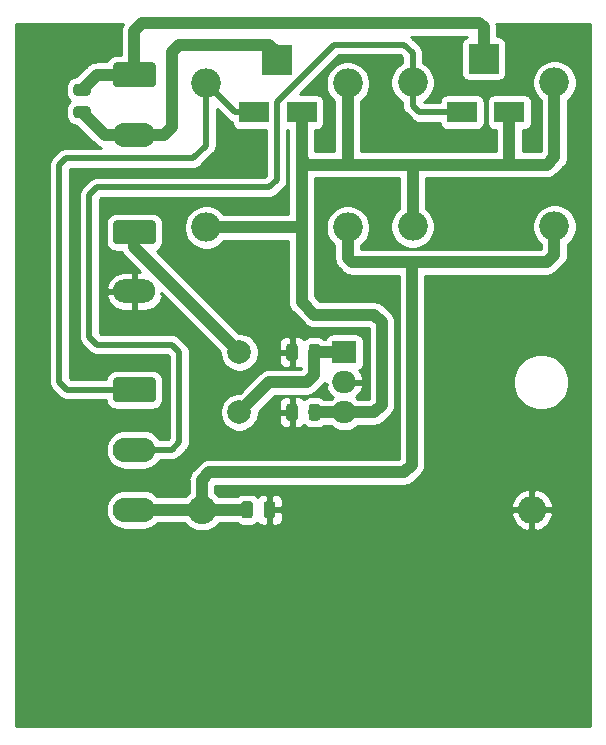
<source format=gbr>
G04 #@! TF.GenerationSoftware,KiCad,Pcbnew,(5.1.10)-1*
G04 #@! TF.CreationDate,2021-08-17T16:02:48+03:00*
G04 #@! TF.ProjectId,ControlledBlinds,436f6e74-726f-46c6-9c65-64426c696e64,rev?*
G04 #@! TF.SameCoordinates,Original*
G04 #@! TF.FileFunction,Copper,L2,Bot*
G04 #@! TF.FilePolarity,Positive*
%FSLAX46Y46*%
G04 Gerber Fmt 4.6, Leading zero omitted, Abs format (unit mm)*
G04 Created by KiCad (PCBNEW (5.1.10)-1) date 2021-08-17 16:02:48*
%MOMM*%
%LPD*%
G01*
G04 APERTURE LIST*
G04 #@! TA.AperFunction,ComponentPad*
%ADD10O,2.500000X2.500000*%
G04 #@! TD*
G04 #@! TA.AperFunction,ComponentPad*
%ADD11R,2.500000X2.500000*%
G04 #@! TD*
G04 #@! TA.AperFunction,SMDPad,CuDef*
%ADD12R,2.500000X1.800000*%
G04 #@! TD*
G04 #@! TA.AperFunction,ComponentPad*
%ADD13C,2.000000*%
G04 #@! TD*
G04 #@! TA.AperFunction,ComponentPad*
%ADD14O,3.600000X2.000000*%
G04 #@! TD*
G04 #@! TA.AperFunction,ComponentPad*
%ADD15O,3.600000X2.080000*%
G04 #@! TD*
G04 #@! TA.AperFunction,ComponentPad*
%ADD16C,2.400000*%
G04 #@! TD*
G04 #@! TA.AperFunction,ComponentPad*
%ADD17O,2.400000X2.400000*%
G04 #@! TD*
G04 #@! TA.AperFunction,ComponentPad*
%ADD18R,2.000000X1.905000*%
G04 #@! TD*
G04 #@! TA.AperFunction,ComponentPad*
%ADD19O,2.000000X1.905000*%
G04 #@! TD*
G04 #@! TA.AperFunction,ViaPad*
%ADD20C,5.500000*%
G04 #@! TD*
G04 #@! TA.AperFunction,Conductor*
%ADD21C,1.000000*%
G04 #@! TD*
G04 #@! TA.AperFunction,Conductor*
%ADD22C,0.500000*%
G04 #@! TD*
G04 #@! TA.AperFunction,Conductor*
%ADD23C,0.254000*%
G04 #@! TD*
G04 #@! TA.AperFunction,Conductor*
%ADD24C,0.100000*%
G04 #@! TD*
G04 APERTURE END LIST*
D10*
X87280000Y-47085000D03*
X87280000Y-59285000D03*
X75280000Y-59285000D03*
X75280000Y-47085000D03*
D11*
X81280000Y-45085000D03*
G04 #@! TA.AperFunction,SMDPad,CuDef*
G36*
G01*
X83055000Y-74455000D02*
X83055000Y-75405000D01*
G75*
G02*
X82805000Y-75655000I-250000J0D01*
G01*
X82305000Y-75655000D01*
G75*
G02*
X82055000Y-75405000I0J250000D01*
G01*
X82055000Y-74455000D01*
G75*
G02*
X82305000Y-74205000I250000J0D01*
G01*
X82805000Y-74205000D01*
G75*
G02*
X83055000Y-74455000I0J-250000D01*
G01*
G37*
G04 #@! TD.AperFunction*
G04 #@! TA.AperFunction,SMDPad,CuDef*
G36*
G01*
X84955000Y-74455000D02*
X84955000Y-75405000D01*
G75*
G02*
X84705000Y-75655000I-250000J0D01*
G01*
X84205000Y-75655000D01*
G75*
G02*
X83955000Y-75405000I0J250000D01*
G01*
X83955000Y-74455000D01*
G75*
G02*
X84205000Y-74205000I250000J0D01*
G01*
X84705000Y-74205000D01*
G75*
G02*
X84955000Y-74455000I0J-250000D01*
G01*
G37*
G04 #@! TD.AperFunction*
G04 #@! TA.AperFunction,SMDPad,CuDef*
G36*
G01*
X64295000Y-47125000D02*
X65245000Y-47125000D01*
G75*
G02*
X65495000Y-47375000I0J-250000D01*
G01*
X65495000Y-47875000D01*
G75*
G02*
X65245000Y-48125000I-250000J0D01*
G01*
X64295000Y-48125000D01*
G75*
G02*
X64045000Y-47875000I0J250000D01*
G01*
X64045000Y-47375000D01*
G75*
G02*
X64295000Y-47125000I250000J0D01*
G01*
G37*
G04 #@! TD.AperFunction*
G04 #@! TA.AperFunction,SMDPad,CuDef*
G36*
G01*
X64295000Y-49025000D02*
X65245000Y-49025000D01*
G75*
G02*
X65495000Y-49275000I0J-250000D01*
G01*
X65495000Y-49775000D01*
G75*
G02*
X65245000Y-50025000I-250000J0D01*
G01*
X64295000Y-50025000D01*
G75*
G02*
X64045000Y-49775000I0J250000D01*
G01*
X64045000Y-49275000D01*
G75*
G02*
X64295000Y-49025000I250000J0D01*
G01*
G37*
G04 #@! TD.AperFunction*
G04 #@! TA.AperFunction,SMDPad,CuDef*
G36*
G01*
X80145000Y-83660000D02*
X80145000Y-82710000D01*
G75*
G02*
X80395000Y-82460000I250000J0D01*
G01*
X80895000Y-82460000D01*
G75*
G02*
X81145000Y-82710000I0J-250000D01*
G01*
X81145000Y-83660000D01*
G75*
G02*
X80895000Y-83910000I-250000J0D01*
G01*
X80395000Y-83910000D01*
G75*
G02*
X80145000Y-83660000I0J250000D01*
G01*
G37*
G04 #@! TD.AperFunction*
G04 #@! TA.AperFunction,SMDPad,CuDef*
G36*
G01*
X78245000Y-83660000D02*
X78245000Y-82710000D01*
G75*
G02*
X78495000Y-82460000I250000J0D01*
G01*
X78995000Y-82460000D01*
G75*
G02*
X79245000Y-82710000I0J-250000D01*
G01*
X79245000Y-83660000D01*
G75*
G02*
X78995000Y-83910000I-250000J0D01*
G01*
X78495000Y-83910000D01*
G75*
G02*
X78245000Y-83660000I0J250000D01*
G01*
G37*
G04 #@! TD.AperFunction*
G04 #@! TA.AperFunction,SMDPad,CuDef*
G36*
G01*
X84955000Y-69375000D02*
X84955000Y-70325000D01*
G75*
G02*
X84705000Y-70575000I-250000J0D01*
G01*
X84205000Y-70575000D01*
G75*
G02*
X83955000Y-70325000I0J250000D01*
G01*
X83955000Y-69375000D01*
G75*
G02*
X84205000Y-69125000I250000J0D01*
G01*
X84705000Y-69125000D01*
G75*
G02*
X84955000Y-69375000I0J-250000D01*
G01*
G37*
G04 #@! TD.AperFunction*
G04 #@! TA.AperFunction,SMDPad,CuDef*
G36*
G01*
X83055000Y-69375000D02*
X83055000Y-70325000D01*
G75*
G02*
X82805000Y-70575000I-250000J0D01*
G01*
X82305000Y-70575000D01*
G75*
G02*
X82055000Y-70325000I0J250000D01*
G01*
X82055000Y-69375000D01*
G75*
G02*
X82305000Y-69125000I250000J0D01*
G01*
X82805000Y-69125000D01*
G75*
G02*
X83055000Y-69375000I0J-250000D01*
G01*
G37*
G04 #@! TD.AperFunction*
D12*
X100965000Y-49530000D03*
X96965000Y-49530000D03*
X79375000Y-49530000D03*
X83375000Y-49530000D03*
D13*
X78105000Y-69850000D03*
X78095000Y-74930000D03*
G04 #@! TA.AperFunction,ComponentPad*
G36*
G01*
X67665000Y-58690000D02*
X70765000Y-58690000D01*
G75*
G02*
X71015000Y-58940000I0J-250000D01*
G01*
X71015000Y-60440000D01*
G75*
G02*
X70765000Y-60690000I-250000J0D01*
G01*
X67665000Y-60690000D01*
G75*
G02*
X67415000Y-60440000I0J250000D01*
G01*
X67415000Y-58940000D01*
G75*
G02*
X67665000Y-58690000I250000J0D01*
G01*
G37*
G04 #@! TD.AperFunction*
D14*
X69215000Y-64690000D03*
G04 #@! TA.AperFunction,ComponentPad*
G36*
G01*
X67664999Y-71985000D02*
X70765001Y-71985000D01*
G75*
G02*
X71015000Y-72234999I0J-249999D01*
G01*
X71015000Y-73815001D01*
G75*
G02*
X70765001Y-74065000I-249999J0D01*
G01*
X67664999Y-74065000D01*
G75*
G02*
X67415000Y-73815001I0J249999D01*
G01*
X67415000Y-72234999D01*
G75*
G02*
X67664999Y-71985000I249999J0D01*
G01*
G37*
G04 #@! TD.AperFunction*
D15*
X69215000Y-78105000D03*
X69215000Y-83185000D03*
D11*
X98775000Y-44990000D03*
D10*
X92775000Y-46990000D03*
X92775000Y-59190000D03*
X104775000Y-59190000D03*
X104775000Y-46990000D03*
G04 #@! TA.AperFunction,ComponentPad*
G36*
G01*
X67664999Y-45315000D02*
X70765001Y-45315000D01*
G75*
G02*
X71015000Y-45564999I0J-249999D01*
G01*
X71015000Y-47145001D01*
G75*
G02*
X70765001Y-47395000I-249999J0D01*
G01*
X67664999Y-47395000D01*
G75*
G02*
X67415000Y-47145001I0J249999D01*
G01*
X67415000Y-45564999D01*
G75*
G02*
X67664999Y-45315000I249999J0D01*
G01*
G37*
G04 #@! TD.AperFunction*
D15*
X69215000Y-51435000D03*
D16*
X74930000Y-83185000D03*
D17*
X102870000Y-83185000D03*
D18*
X86995000Y-69850000D03*
D19*
X86995000Y-72390000D03*
X86995000Y-74930000D03*
D20*
X93472000Y-95250000D03*
X73660000Y-95250000D03*
D21*
X84455000Y-74930000D02*
X86995000Y-74930000D01*
X104775000Y-46990000D02*
X104775000Y-48895000D01*
X104775000Y-53340000D02*
X104775000Y-46990000D01*
X104140000Y-53975000D02*
X104775000Y-53340000D01*
X100965000Y-49530000D02*
X100965000Y-53975000D01*
X100965000Y-53975000D02*
X104140000Y-53975000D01*
X83375000Y-53530000D02*
X83820000Y-53975000D01*
X83375000Y-49530000D02*
X83375000Y-53530000D01*
X92775000Y-54040000D02*
X92710000Y-53975000D01*
X92775000Y-59190000D02*
X92775000Y-54040000D01*
X92710000Y-53975000D02*
X100965000Y-53975000D01*
X87280000Y-53690000D02*
X86995000Y-53975000D01*
X87280000Y-47085000D02*
X87280000Y-53690000D01*
X86995000Y-53975000D02*
X92710000Y-53975000D01*
X83820000Y-53975000D02*
X86995000Y-53975000D01*
X75280000Y-59285000D02*
X83160000Y-59285000D01*
X83375000Y-58230000D02*
X83375000Y-49530000D01*
X83375000Y-65595000D02*
X83375000Y-58230000D01*
X89535000Y-66675000D02*
X84455000Y-66675000D01*
X84455000Y-66675000D02*
X83375000Y-65595000D01*
X90170000Y-67310000D02*
X89535000Y-66675000D01*
X89535000Y-74930000D02*
X90170000Y-74295000D01*
X86995000Y-74930000D02*
X89535000Y-74930000D01*
X90170000Y-74295000D02*
X90170000Y-67310000D01*
X66680000Y-51435000D02*
X64770000Y-49525000D01*
X69215000Y-51435000D02*
X66680000Y-51435000D01*
X81280000Y-44450000D02*
X80645000Y-43815000D01*
X81280000Y-45085000D02*
X81280000Y-44450000D01*
X80645000Y-43815000D02*
X73025000Y-43815000D01*
X73025000Y-43815000D02*
X72390000Y-44450000D01*
X72390000Y-44450000D02*
X72390000Y-50800000D01*
X71755000Y-51435000D02*
X69215000Y-51435000D01*
X72390000Y-50800000D02*
X71755000Y-51435000D01*
X66040000Y-46355000D02*
X64770000Y-47625000D01*
X69215000Y-46355000D02*
X66040000Y-46355000D01*
X69215000Y-46355000D02*
X69215000Y-42635010D01*
X69215000Y-42635010D02*
X69850000Y-42000010D01*
X98775000Y-44990000D02*
X98775000Y-42350010D01*
X98425000Y-42000010D02*
X69850000Y-42000010D01*
X98775000Y-42350010D02*
X98425000Y-42000010D01*
X84455000Y-69850000D02*
X86995000Y-69850000D01*
X83820000Y-72390000D02*
X84455000Y-71755000D01*
X80635000Y-72390000D02*
X83820000Y-72390000D01*
X84455000Y-71755000D02*
X84455000Y-69850000D01*
X78095000Y-74930000D02*
X80635000Y-72390000D01*
D22*
X96965000Y-49530000D02*
X93345000Y-49530000D01*
X92775000Y-48960000D02*
X92775000Y-46990000D01*
X93345000Y-49530000D02*
X92775000Y-48960000D01*
X92775000Y-44515000D02*
X92775000Y-46990000D01*
X92075000Y-43815000D02*
X92775000Y-44515000D01*
X73025000Y-69850000D02*
X72390000Y-69215000D01*
X72390000Y-78105000D02*
X73025000Y-77470000D01*
X80645000Y-55880000D02*
X81280000Y-55245000D01*
X73025000Y-77470000D02*
X73025000Y-69850000D01*
X81280000Y-48664998D02*
X86129998Y-43815000D01*
X72390000Y-69215000D02*
X66040000Y-69215000D01*
X65405000Y-56515000D02*
X66040000Y-55880000D01*
X66040000Y-69215000D02*
X65405000Y-68580000D01*
X65405000Y-68580000D02*
X65405000Y-56515000D01*
X86129998Y-43815000D02*
X92075000Y-43815000D01*
X69215000Y-78105000D02*
X72390000Y-78105000D01*
X66040000Y-55880000D02*
X80645000Y-55880000D01*
X81280000Y-55245000D02*
X81280000Y-48664998D01*
X77725000Y-49530000D02*
X79375000Y-49530000D01*
X75280000Y-47085000D02*
X77725000Y-49530000D01*
X75280000Y-52355000D02*
X75280000Y-47085000D01*
X74212465Y-53422535D02*
X75280000Y-52355000D01*
X63417465Y-53422535D02*
X74212465Y-53422535D01*
X62865000Y-53975000D02*
X63417465Y-53422535D01*
X62865000Y-72390000D02*
X62865000Y-53975000D01*
X63500000Y-73025000D02*
X62865000Y-72390000D01*
X69215000Y-73025000D02*
X63500000Y-73025000D01*
D21*
X69215000Y-60960000D02*
X69215000Y-59690000D01*
X78105000Y-69850000D02*
X69215000Y-60960000D01*
X104775000Y-59190000D02*
X104775000Y-61595000D01*
X104775000Y-61595000D02*
X104140000Y-62230000D01*
X87280000Y-61880000D02*
X87280000Y-59285000D01*
X87630000Y-62230000D02*
X87280000Y-61880000D01*
X69215000Y-83185000D02*
X74930000Y-83185000D01*
X74930000Y-83185000D02*
X78745000Y-83185000D01*
X74930000Y-83185000D02*
X74930000Y-80645000D01*
X74930000Y-80645000D02*
X75565000Y-80010000D01*
X75565000Y-80010000D02*
X92075000Y-80010000D01*
X92710000Y-79375000D02*
X92710000Y-62230000D01*
X92075000Y-80010000D02*
X92710000Y-79375000D01*
X92710000Y-62230000D02*
X87630000Y-62230000D01*
X104140000Y-62230000D02*
X92710000Y-62230000D01*
D23*
X68210384Y-42106780D02*
X68161324Y-42198564D01*
X68096423Y-42412512D01*
X68074509Y-42635010D01*
X68080001Y-42690771D01*
X68080000Y-44676928D01*
X67664999Y-44676928D01*
X67491745Y-44693992D01*
X67325149Y-44744528D01*
X67171613Y-44826595D01*
X67037038Y-44937038D01*
X66926595Y-45071613D01*
X66847280Y-45220000D01*
X66095743Y-45220000D01*
X66039999Y-45214510D01*
X65984255Y-45220000D01*
X65984248Y-45220000D01*
X65838493Y-45234356D01*
X65817500Y-45236423D01*
X65767705Y-45251529D01*
X65603553Y-45301324D01*
X65406377Y-45406716D01*
X65233551Y-45548551D01*
X65198008Y-45591860D01*
X64302941Y-46486928D01*
X64295000Y-46486928D01*
X64121746Y-46503992D01*
X63955150Y-46554528D01*
X63801614Y-46636595D01*
X63667038Y-46747038D01*
X63556595Y-46881614D01*
X63474528Y-47035150D01*
X63423992Y-47201746D01*
X63406928Y-47375000D01*
X63406928Y-47875000D01*
X63423992Y-48048254D01*
X63474528Y-48214850D01*
X63556595Y-48368386D01*
X63667038Y-48502962D01*
X63754817Y-48575000D01*
X63667038Y-48647038D01*
X63556595Y-48781614D01*
X63474528Y-48935150D01*
X63423992Y-49101746D01*
X63406928Y-49275000D01*
X63406928Y-49775000D01*
X63423992Y-49948254D01*
X63474528Y-50114850D01*
X63556595Y-50268386D01*
X63667038Y-50402962D01*
X63801614Y-50513405D01*
X63955150Y-50595472D01*
X64121746Y-50646008D01*
X64295000Y-50663072D01*
X64302941Y-50663072D01*
X65838009Y-52198141D01*
X65873551Y-52241449D01*
X66011914Y-52355001D01*
X66046377Y-52383284D01*
X66243553Y-52488676D01*
X66404618Y-52537535D01*
X63460930Y-52537535D01*
X63417464Y-52533254D01*
X63373998Y-52537535D01*
X63373988Y-52537535D01*
X63243975Y-52550340D01*
X63077152Y-52600946D01*
X62923406Y-52683124D01*
X62788648Y-52793718D01*
X62760933Y-52827489D01*
X62269952Y-53318470D01*
X62236184Y-53346183D01*
X62208471Y-53379951D01*
X62208468Y-53379954D01*
X62125590Y-53480941D01*
X62043412Y-53634687D01*
X61992805Y-53801510D01*
X61975719Y-53975000D01*
X61980001Y-54018479D01*
X61980000Y-72346531D01*
X61975719Y-72390000D01*
X61980000Y-72433469D01*
X61980000Y-72433476D01*
X61992805Y-72563489D01*
X62043411Y-72730312D01*
X62125589Y-72884058D01*
X62236183Y-73018817D01*
X62269956Y-73046534D01*
X62843470Y-73620049D01*
X62871183Y-73653817D01*
X62904951Y-73681530D01*
X62904953Y-73681532D01*
X63005941Y-73764411D01*
X63159686Y-73846589D01*
X63295368Y-73887748D01*
X63326510Y-73897195D01*
X63456523Y-73910000D01*
X63456531Y-73910000D01*
X63500000Y-73914281D01*
X63543469Y-73910000D01*
X66786285Y-73910000D01*
X66793992Y-73988255D01*
X66844528Y-74154851D01*
X66926595Y-74308387D01*
X67037038Y-74442962D01*
X67171613Y-74553405D01*
X67325149Y-74635472D01*
X67491745Y-74686008D01*
X67664999Y-74703072D01*
X70765001Y-74703072D01*
X70938255Y-74686008D01*
X71104851Y-74635472D01*
X71258387Y-74553405D01*
X71392962Y-74442962D01*
X71503405Y-74308387D01*
X71585472Y-74154851D01*
X71636008Y-73988255D01*
X71653072Y-73815001D01*
X71653072Y-72234999D01*
X71636008Y-72061745D01*
X71585472Y-71895149D01*
X71503405Y-71741613D01*
X71392962Y-71607038D01*
X71258387Y-71496595D01*
X71104851Y-71414528D01*
X70938255Y-71363992D01*
X70765001Y-71346928D01*
X67664999Y-71346928D01*
X67491745Y-71363992D01*
X67325149Y-71414528D01*
X67171613Y-71496595D01*
X67037038Y-71607038D01*
X66926595Y-71741613D01*
X66844528Y-71895149D01*
X66793992Y-72061745D01*
X66786285Y-72140000D01*
X63866579Y-72140000D01*
X63750000Y-72023422D01*
X63750000Y-54341578D01*
X63784043Y-54307535D01*
X74168996Y-54307535D01*
X74212465Y-54311816D01*
X74255934Y-54307535D01*
X74255942Y-54307535D01*
X74385955Y-54294730D01*
X74552778Y-54244124D01*
X74706524Y-54161946D01*
X74841282Y-54051352D01*
X74868999Y-54017579D01*
X75875050Y-53011529D01*
X75908817Y-52983817D01*
X75978008Y-52899509D01*
X76019410Y-52849060D01*
X76019411Y-52849059D01*
X76101589Y-52695313D01*
X76152195Y-52528490D01*
X76165000Y-52398477D01*
X76165000Y-52398467D01*
X76169281Y-52355001D01*
X76165000Y-52311535D01*
X76165000Y-49221579D01*
X77068470Y-50125049D01*
X77096183Y-50158817D01*
X77129951Y-50186530D01*
X77129953Y-50186532D01*
X77201033Y-50244866D01*
X77230941Y-50269411D01*
X77384687Y-50351589D01*
X77486928Y-50382604D01*
X77486928Y-50430000D01*
X77499188Y-50554482D01*
X77535498Y-50674180D01*
X77594463Y-50784494D01*
X77673815Y-50881185D01*
X77770506Y-50960537D01*
X77880820Y-51019502D01*
X78000518Y-51055812D01*
X78125000Y-51068072D01*
X80395001Y-51068072D01*
X80395000Y-54878421D01*
X80278422Y-54995000D01*
X66083469Y-54995000D01*
X66040000Y-54990719D01*
X65996531Y-54995000D01*
X65996523Y-54995000D01*
X65866510Y-55007805D01*
X65699686Y-55058411D01*
X65545941Y-55140589D01*
X65444953Y-55223468D01*
X65444951Y-55223470D01*
X65411183Y-55251183D01*
X65383470Y-55284951D01*
X64809951Y-55858471D01*
X64776184Y-55886183D01*
X64748471Y-55919951D01*
X64748468Y-55919954D01*
X64665590Y-56020941D01*
X64583412Y-56174687D01*
X64532805Y-56341510D01*
X64515719Y-56515000D01*
X64520001Y-56558479D01*
X64520000Y-68536531D01*
X64515719Y-68580000D01*
X64520000Y-68623469D01*
X64520000Y-68623476D01*
X64532805Y-68753489D01*
X64583411Y-68920312D01*
X64665589Y-69074058D01*
X64776183Y-69208817D01*
X64809956Y-69236534D01*
X65383470Y-69810049D01*
X65411183Y-69843817D01*
X65444951Y-69871530D01*
X65444953Y-69871532D01*
X65545941Y-69954411D01*
X65699686Y-70036589D01*
X65866510Y-70087195D01*
X65996523Y-70100000D01*
X65996531Y-70100000D01*
X66040000Y-70104281D01*
X66083469Y-70100000D01*
X72023422Y-70100000D01*
X72140001Y-70216580D01*
X72140000Y-77103421D01*
X72023422Y-77220000D01*
X71401219Y-77220000D01*
X71374450Y-77169918D01*
X71165134Y-76914866D01*
X70910082Y-76705550D01*
X70619096Y-76550015D01*
X70303357Y-76454236D01*
X70057282Y-76430000D01*
X68372718Y-76430000D01*
X68126643Y-76454236D01*
X67810904Y-76550015D01*
X67519918Y-76705550D01*
X67264866Y-76914866D01*
X67055550Y-77169918D01*
X66900015Y-77460904D01*
X66804236Y-77776643D01*
X66771896Y-78105000D01*
X66804236Y-78433357D01*
X66900015Y-78749096D01*
X67055550Y-79040082D01*
X67264866Y-79295134D01*
X67519918Y-79504450D01*
X67810904Y-79659985D01*
X68126643Y-79755764D01*
X68372718Y-79780000D01*
X70057282Y-79780000D01*
X70303357Y-79755764D01*
X70619096Y-79659985D01*
X70910082Y-79504450D01*
X71165134Y-79295134D01*
X71374450Y-79040082D01*
X71401219Y-78990000D01*
X72346531Y-78990000D01*
X72390000Y-78994281D01*
X72433469Y-78990000D01*
X72433477Y-78990000D01*
X72563490Y-78977195D01*
X72730313Y-78926589D01*
X72884059Y-78844411D01*
X73018817Y-78733817D01*
X73046534Y-78700044D01*
X73620050Y-78126529D01*
X73653817Y-78098817D01*
X73764411Y-77964059D01*
X73781809Y-77931510D01*
X73846589Y-77810314D01*
X73897195Y-77643490D01*
X73900401Y-77610941D01*
X73910000Y-77513477D01*
X73910000Y-77513469D01*
X73914281Y-77470000D01*
X73910000Y-77426531D01*
X73910000Y-69893469D01*
X73914281Y-69850000D01*
X73910000Y-69806531D01*
X73910000Y-69806523D01*
X73897195Y-69676510D01*
X73846589Y-69509687D01*
X73846589Y-69509686D01*
X73764411Y-69355941D01*
X73681532Y-69254953D01*
X73681530Y-69254951D01*
X73653817Y-69221183D01*
X73620049Y-69193470D01*
X73046534Y-68619956D01*
X73018817Y-68586183D01*
X72884059Y-68475589D01*
X72730313Y-68393411D01*
X72563490Y-68342805D01*
X72433477Y-68330000D01*
X72433469Y-68330000D01*
X72390000Y-68325719D01*
X72346531Y-68330000D01*
X66406579Y-68330000D01*
X66290000Y-68213422D01*
X66290000Y-65070434D01*
X66824876Y-65070434D01*
X66855856Y-65198355D01*
X66984990Y-65492761D01*
X67169078Y-65756317D01*
X67401046Y-65978895D01*
X67671980Y-66151942D01*
X67971468Y-66268807D01*
X68288000Y-66325000D01*
X69088000Y-66325000D01*
X69088000Y-64817000D01*
X66944223Y-64817000D01*
X66824876Y-65070434D01*
X66290000Y-65070434D01*
X66290000Y-64309566D01*
X66824876Y-64309566D01*
X66944223Y-64563000D01*
X69088000Y-64563000D01*
X69088000Y-63055000D01*
X68288000Y-63055000D01*
X67971468Y-63111193D01*
X67671980Y-63228058D01*
X67401046Y-63401105D01*
X67169078Y-63623683D01*
X66984990Y-63887239D01*
X66855856Y-64181645D01*
X66824876Y-64309566D01*
X66290000Y-64309566D01*
X66290000Y-58940000D01*
X66776928Y-58940000D01*
X66776928Y-60440000D01*
X66793992Y-60613254D01*
X66844528Y-60779850D01*
X66926595Y-60933386D01*
X67037038Y-61067962D01*
X67171614Y-61178405D01*
X67325150Y-61260472D01*
X67491746Y-61311008D01*
X67665000Y-61328072D01*
X68140583Y-61328072D01*
X68161324Y-61396446D01*
X68266716Y-61593623D01*
X68408551Y-61766449D01*
X68451865Y-61801996D01*
X69704869Y-63055000D01*
X69342000Y-63055000D01*
X69342000Y-64563000D01*
X69362000Y-64563000D01*
X69362000Y-64817000D01*
X69342000Y-64817000D01*
X69342000Y-66325000D01*
X70142000Y-66325000D01*
X70458532Y-66268807D01*
X70758020Y-66151942D01*
X71028954Y-65978895D01*
X71260922Y-65756317D01*
X71445010Y-65492761D01*
X71574144Y-65198355D01*
X71605124Y-65070434D01*
X71502607Y-64852739D01*
X76470000Y-69820133D01*
X76470000Y-70011033D01*
X76532832Y-70326912D01*
X76656082Y-70624463D01*
X76835013Y-70892252D01*
X77062748Y-71119987D01*
X77330537Y-71298918D01*
X77628088Y-71422168D01*
X77943967Y-71485000D01*
X78266033Y-71485000D01*
X78581912Y-71422168D01*
X78879463Y-71298918D01*
X79147252Y-71119987D01*
X79374987Y-70892252D01*
X79553918Y-70624463D01*
X79574406Y-70575000D01*
X81416928Y-70575000D01*
X81429188Y-70699482D01*
X81465498Y-70819180D01*
X81524463Y-70929494D01*
X81603815Y-71026185D01*
X81700506Y-71105537D01*
X81810820Y-71164502D01*
X81930518Y-71200812D01*
X82055000Y-71213072D01*
X82269250Y-71210000D01*
X82428000Y-71051250D01*
X82428000Y-69977000D01*
X81578750Y-69977000D01*
X81420000Y-70135750D01*
X81416928Y-70575000D01*
X79574406Y-70575000D01*
X79677168Y-70326912D01*
X79740000Y-70011033D01*
X79740000Y-69688967D01*
X79677168Y-69373088D01*
X79574407Y-69125000D01*
X81416928Y-69125000D01*
X81420000Y-69564250D01*
X81578750Y-69723000D01*
X82428000Y-69723000D01*
X82428000Y-68648750D01*
X82269250Y-68490000D01*
X82055000Y-68486928D01*
X81930518Y-68499188D01*
X81810820Y-68535498D01*
X81700506Y-68594463D01*
X81603815Y-68673815D01*
X81524463Y-68770506D01*
X81465498Y-68880820D01*
X81429188Y-69000518D01*
X81416928Y-69125000D01*
X79574407Y-69125000D01*
X79553918Y-69075537D01*
X79374987Y-68807748D01*
X79147252Y-68580013D01*
X78879463Y-68401082D01*
X78581912Y-68277832D01*
X78266033Y-68215000D01*
X78075133Y-68215000D01*
X71115116Y-61254985D01*
X71258386Y-61178405D01*
X71392962Y-61067962D01*
X71503405Y-60933386D01*
X71585472Y-60779850D01*
X71636008Y-60613254D01*
X71653072Y-60440000D01*
X71653072Y-58940000D01*
X71636008Y-58766746D01*
X71585472Y-58600150D01*
X71503405Y-58446614D01*
X71392962Y-58312038D01*
X71258386Y-58201595D01*
X71104850Y-58119528D01*
X70938254Y-58068992D01*
X70765000Y-58051928D01*
X67665000Y-58051928D01*
X67491746Y-58068992D01*
X67325150Y-58119528D01*
X67171614Y-58201595D01*
X67037038Y-58312038D01*
X66926595Y-58446614D01*
X66844528Y-58600150D01*
X66793992Y-58766746D01*
X66776928Y-58940000D01*
X66290000Y-58940000D01*
X66290000Y-56881578D01*
X66406579Y-56765000D01*
X80601531Y-56765000D01*
X80645000Y-56769281D01*
X80688469Y-56765000D01*
X80688477Y-56765000D01*
X80818490Y-56752195D01*
X80985313Y-56701589D01*
X81139059Y-56619411D01*
X81273817Y-56508817D01*
X81301534Y-56475044D01*
X81875050Y-55901529D01*
X81908817Y-55873817D01*
X82019411Y-55739059D01*
X82043810Y-55693411D01*
X82101589Y-55585314D01*
X82152195Y-55418490D01*
X82155401Y-55385941D01*
X82165000Y-55288477D01*
X82165000Y-55288469D01*
X82169281Y-55245000D01*
X82165000Y-55201531D01*
X82165000Y-51068072D01*
X82240000Y-51068072D01*
X82240001Y-51533412D01*
X82240001Y-53474243D01*
X82234509Y-53530000D01*
X82240001Y-53585757D01*
X82240000Y-58150000D01*
X76788688Y-58150000D01*
X76744175Y-58083382D01*
X76481618Y-57820825D01*
X76172882Y-57614534D01*
X75829834Y-57472439D01*
X75465656Y-57400000D01*
X75094344Y-57400000D01*
X74730166Y-57472439D01*
X74387118Y-57614534D01*
X74078382Y-57820825D01*
X73815825Y-58083382D01*
X73609534Y-58392118D01*
X73467439Y-58735166D01*
X73395000Y-59099344D01*
X73395000Y-59470656D01*
X73467439Y-59834834D01*
X73609534Y-60177882D01*
X73815825Y-60486618D01*
X74078382Y-60749175D01*
X74387118Y-60955466D01*
X74730166Y-61097561D01*
X75094344Y-61170000D01*
X75465656Y-61170000D01*
X75829834Y-61097561D01*
X76172882Y-60955466D01*
X76481618Y-60749175D01*
X76744175Y-60486618D01*
X76788688Y-60420000D01*
X82240001Y-60420000D01*
X82240000Y-65539248D01*
X82234509Y-65595000D01*
X82240000Y-65650751D01*
X82256423Y-65817498D01*
X82321324Y-66031446D01*
X82426716Y-66228623D01*
X82568551Y-66401449D01*
X82611864Y-66436995D01*
X83613013Y-67438146D01*
X83648551Y-67481449D01*
X83691854Y-67516987D01*
X83691856Y-67516989D01*
X83821377Y-67623284D01*
X84018553Y-67728676D01*
X84232501Y-67793577D01*
X84455000Y-67815491D01*
X84510752Y-67810000D01*
X89035001Y-67810000D01*
X89035000Y-73795000D01*
X88161888Y-73795000D01*
X87991101Y-73654837D01*
X88176315Y-73499437D01*
X88370969Y-73256923D01*
X88514571Y-72981094D01*
X88585563Y-72762980D01*
X88465594Y-72517000D01*
X87122000Y-72517000D01*
X87122000Y-72537000D01*
X86868000Y-72537000D01*
X86868000Y-72517000D01*
X86848000Y-72517000D01*
X86848000Y-72263000D01*
X86868000Y-72263000D01*
X86868000Y-72243000D01*
X87122000Y-72243000D01*
X87122000Y-72263000D01*
X88465594Y-72263000D01*
X88585563Y-72017020D01*
X88514571Y-71798906D01*
X88370969Y-71523077D01*
X88257781Y-71382059D01*
X88349494Y-71333037D01*
X88446185Y-71253685D01*
X88525537Y-71156994D01*
X88584502Y-71046680D01*
X88620812Y-70926982D01*
X88633072Y-70802500D01*
X88633072Y-68897500D01*
X88620812Y-68773018D01*
X88584502Y-68653320D01*
X88525537Y-68543006D01*
X88446185Y-68446315D01*
X88349494Y-68366963D01*
X88239180Y-68307998D01*
X88119482Y-68271688D01*
X87995000Y-68259428D01*
X85995000Y-68259428D01*
X85870518Y-68271688D01*
X85750820Y-68307998D01*
X85640506Y-68366963D01*
X85543815Y-68446315D01*
X85464463Y-68543006D01*
X85405498Y-68653320D01*
X85386788Y-68715000D01*
X85293923Y-68715000D01*
X85198386Y-68636595D01*
X85044850Y-68554528D01*
X84878254Y-68503992D01*
X84705000Y-68486928D01*
X84205000Y-68486928D01*
X84031746Y-68503992D01*
X83865150Y-68554528D01*
X83711614Y-68636595D01*
X83577038Y-68747038D01*
X83571658Y-68753594D01*
X83506185Y-68673815D01*
X83409494Y-68594463D01*
X83299180Y-68535498D01*
X83179482Y-68499188D01*
X83055000Y-68486928D01*
X82840750Y-68490000D01*
X82682000Y-68648750D01*
X82682000Y-69723000D01*
X82702000Y-69723000D01*
X82702000Y-69977000D01*
X82682000Y-69977000D01*
X82682000Y-71051250D01*
X82840750Y-71210000D01*
X83055000Y-71213072D01*
X83179482Y-71200812D01*
X83299180Y-71164502D01*
X83320000Y-71153373D01*
X83320000Y-71255000D01*
X80690741Y-71255000D01*
X80634999Y-71249510D01*
X80579257Y-71255000D01*
X80579248Y-71255000D01*
X80412501Y-71271423D01*
X80198553Y-71336324D01*
X80001377Y-71441716D01*
X79828551Y-71583551D01*
X79793011Y-71626857D01*
X78124869Y-73295000D01*
X77933967Y-73295000D01*
X77618088Y-73357832D01*
X77320537Y-73481082D01*
X77052748Y-73660013D01*
X76825013Y-73887748D01*
X76646082Y-74155537D01*
X76522832Y-74453088D01*
X76460000Y-74768967D01*
X76460000Y-75091033D01*
X76522832Y-75406912D01*
X76646082Y-75704463D01*
X76825013Y-75972252D01*
X77052748Y-76199987D01*
X77320537Y-76378918D01*
X77618088Y-76502168D01*
X77933967Y-76565000D01*
X78256033Y-76565000D01*
X78571912Y-76502168D01*
X78869463Y-76378918D01*
X79137252Y-76199987D01*
X79364987Y-75972252D01*
X79543918Y-75704463D01*
X79564406Y-75655000D01*
X81416928Y-75655000D01*
X81429188Y-75779482D01*
X81465498Y-75899180D01*
X81524463Y-76009494D01*
X81603815Y-76106185D01*
X81700506Y-76185537D01*
X81810820Y-76244502D01*
X81930518Y-76280812D01*
X82055000Y-76293072D01*
X82269250Y-76290000D01*
X82428000Y-76131250D01*
X82428000Y-75057000D01*
X81578750Y-75057000D01*
X81420000Y-75215750D01*
X81416928Y-75655000D01*
X79564406Y-75655000D01*
X79667168Y-75406912D01*
X79730000Y-75091033D01*
X79730000Y-74900131D01*
X80425131Y-74205000D01*
X81416928Y-74205000D01*
X81420000Y-74644250D01*
X81578750Y-74803000D01*
X82428000Y-74803000D01*
X82428000Y-73728750D01*
X82269250Y-73570000D01*
X82055000Y-73566928D01*
X81930518Y-73579188D01*
X81810820Y-73615498D01*
X81700506Y-73674463D01*
X81603815Y-73753815D01*
X81524463Y-73850506D01*
X81465498Y-73960820D01*
X81429188Y-74080518D01*
X81416928Y-74205000D01*
X80425131Y-74205000D01*
X81105132Y-73525000D01*
X83764249Y-73525000D01*
X83820000Y-73530491D01*
X83875751Y-73525000D01*
X83875752Y-73525000D01*
X84042499Y-73508577D01*
X84256447Y-73443676D01*
X84453623Y-73338284D01*
X84626449Y-73196449D01*
X84661995Y-73153136D01*
X85218140Y-72596992D01*
X85261449Y-72561449D01*
X85360000Y-72441365D01*
X85360000Y-72517002D01*
X85524405Y-72517002D01*
X85404437Y-72762980D01*
X85475429Y-72981094D01*
X85619031Y-73256923D01*
X85813685Y-73499437D01*
X85998899Y-73654837D01*
X85828112Y-73795000D01*
X85293923Y-73795000D01*
X85198386Y-73716595D01*
X85044850Y-73634528D01*
X84878254Y-73583992D01*
X84705000Y-73566928D01*
X84205000Y-73566928D01*
X84031746Y-73583992D01*
X83865150Y-73634528D01*
X83711614Y-73716595D01*
X83577038Y-73827038D01*
X83571658Y-73833594D01*
X83506185Y-73753815D01*
X83409494Y-73674463D01*
X83299180Y-73615498D01*
X83179482Y-73579188D01*
X83055000Y-73566928D01*
X82840750Y-73570000D01*
X82682000Y-73728750D01*
X82682000Y-74803000D01*
X82702000Y-74803000D01*
X82702000Y-75057000D01*
X82682000Y-75057000D01*
X82682000Y-76131250D01*
X82840750Y-76290000D01*
X83055000Y-76293072D01*
X83179482Y-76280812D01*
X83299180Y-76244502D01*
X83409494Y-76185537D01*
X83506185Y-76106185D01*
X83571658Y-76026406D01*
X83577038Y-76032962D01*
X83711614Y-76143405D01*
X83865150Y-76225472D01*
X84031746Y-76276008D01*
X84205000Y-76293072D01*
X84705000Y-76293072D01*
X84878254Y-76276008D01*
X85044850Y-76225472D01*
X85198386Y-76143405D01*
X85293923Y-76065000D01*
X85828112Y-76065000D01*
X86061265Y-76256345D01*
X86337051Y-76403755D01*
X86636296Y-76494530D01*
X86869514Y-76517500D01*
X87120486Y-76517500D01*
X87353704Y-76494530D01*
X87652949Y-76403755D01*
X87928735Y-76256345D01*
X88161888Y-76065000D01*
X89479249Y-76065000D01*
X89535000Y-76070491D01*
X89590751Y-76065000D01*
X89590752Y-76065000D01*
X89757499Y-76048577D01*
X89971447Y-75983676D01*
X90168623Y-75878284D01*
X90341449Y-75736449D01*
X90376995Y-75693136D01*
X90933140Y-75136992D01*
X90976449Y-75101449D01*
X91118284Y-74928623D01*
X91223676Y-74731447D01*
X91288577Y-74517499D01*
X91305000Y-74350752D01*
X91305000Y-74350751D01*
X91310491Y-74295000D01*
X91305000Y-74239248D01*
X91305000Y-67365752D01*
X91310491Y-67310000D01*
X91288577Y-67087501D01*
X91223676Y-66873553D01*
X91118284Y-66676377D01*
X91011989Y-66546857D01*
X90976449Y-66503551D01*
X90933140Y-66468008D01*
X90376995Y-65911864D01*
X90341449Y-65868551D01*
X90168623Y-65726716D01*
X89971447Y-65621324D01*
X89757499Y-65556423D01*
X89590752Y-65540000D01*
X89590751Y-65540000D01*
X89535000Y-65534509D01*
X89479249Y-65540000D01*
X84925132Y-65540000D01*
X84510000Y-65124868D01*
X84510000Y-55110000D01*
X86939249Y-55110000D01*
X86995000Y-55115491D01*
X87050751Y-55110000D01*
X91640001Y-55110000D01*
X91640000Y-57681312D01*
X91573382Y-57725825D01*
X91310825Y-57988382D01*
X91104534Y-58297118D01*
X90962439Y-58640166D01*
X90890000Y-59004344D01*
X90890000Y-59375656D01*
X90962439Y-59739834D01*
X91104534Y-60082882D01*
X91310825Y-60391618D01*
X91573382Y-60654175D01*
X91882118Y-60860466D01*
X92225166Y-61002561D01*
X92589344Y-61075000D01*
X92960656Y-61075000D01*
X93324834Y-61002561D01*
X93667882Y-60860466D01*
X93976618Y-60654175D01*
X94239175Y-60391618D01*
X94445466Y-60082882D01*
X94587561Y-59739834D01*
X94660000Y-59375656D01*
X94660000Y-59004344D01*
X94587561Y-58640166D01*
X94445466Y-58297118D01*
X94239175Y-57988382D01*
X93976618Y-57725825D01*
X93910000Y-57681312D01*
X93910000Y-55110000D01*
X100909249Y-55110000D01*
X100965000Y-55115491D01*
X101020752Y-55110000D01*
X104084249Y-55110000D01*
X104140000Y-55115491D01*
X104195751Y-55110000D01*
X104195752Y-55110000D01*
X104362499Y-55093577D01*
X104576447Y-55028676D01*
X104773623Y-54923284D01*
X104946449Y-54781449D01*
X104981995Y-54738136D01*
X105538140Y-54181992D01*
X105581449Y-54146449D01*
X105723284Y-53973623D01*
X105828676Y-53776447D01*
X105893577Y-53562499D01*
X105910000Y-53395752D01*
X105910000Y-53395751D01*
X105915491Y-53340000D01*
X105910000Y-53284248D01*
X105910000Y-48498688D01*
X105976618Y-48454175D01*
X106239175Y-48191618D01*
X106445466Y-47882882D01*
X106587561Y-47539834D01*
X106660000Y-47175656D01*
X106660000Y-46804344D01*
X106587561Y-46440166D01*
X106445466Y-46097118D01*
X106239175Y-45788382D01*
X105976618Y-45525825D01*
X105667882Y-45319534D01*
X105324834Y-45177439D01*
X104960656Y-45105000D01*
X104589344Y-45105000D01*
X104225166Y-45177439D01*
X103882118Y-45319534D01*
X103573382Y-45525825D01*
X103310825Y-45788382D01*
X103104534Y-46097118D01*
X102962439Y-46440166D01*
X102890000Y-46804344D01*
X102890000Y-47175656D01*
X102962439Y-47539834D01*
X103104534Y-47882882D01*
X103310825Y-48191618D01*
X103573382Y-48454175D01*
X103640001Y-48498688D01*
X103640000Y-52840000D01*
X102100000Y-52840000D01*
X102100000Y-51068072D01*
X102215000Y-51068072D01*
X102339482Y-51055812D01*
X102459180Y-51019502D01*
X102569494Y-50960537D01*
X102666185Y-50881185D01*
X102745537Y-50784494D01*
X102804502Y-50674180D01*
X102840812Y-50554482D01*
X102853072Y-50430000D01*
X102853072Y-48630000D01*
X102840812Y-48505518D01*
X102804502Y-48385820D01*
X102745537Y-48275506D01*
X102666185Y-48178815D01*
X102569494Y-48099463D01*
X102459180Y-48040498D01*
X102339482Y-48004188D01*
X102215000Y-47991928D01*
X99715000Y-47991928D01*
X99590518Y-48004188D01*
X99470820Y-48040498D01*
X99360506Y-48099463D01*
X99263815Y-48178815D01*
X99184463Y-48275506D01*
X99125498Y-48385820D01*
X99089188Y-48505518D01*
X99076928Y-48630000D01*
X99076928Y-50430000D01*
X99089188Y-50554482D01*
X99125498Y-50674180D01*
X99184463Y-50784494D01*
X99263815Y-50881185D01*
X99360506Y-50960537D01*
X99470820Y-51019502D01*
X99590518Y-51055812D01*
X99715000Y-51068072D01*
X99830000Y-51068072D01*
X99830001Y-52840000D01*
X92765751Y-52840000D01*
X92710000Y-52834509D01*
X92654249Y-52840000D01*
X88415000Y-52840000D01*
X88415000Y-48593688D01*
X88481618Y-48549175D01*
X88744175Y-48286618D01*
X88950466Y-47977882D01*
X89092561Y-47634834D01*
X89165000Y-47270656D01*
X89165000Y-46899344D01*
X89092561Y-46535166D01*
X88950466Y-46192118D01*
X88744175Y-45883382D01*
X88481618Y-45620825D01*
X88172882Y-45414534D01*
X87829834Y-45272439D01*
X87465656Y-45200000D01*
X87094344Y-45200000D01*
X86730166Y-45272439D01*
X86387118Y-45414534D01*
X86078382Y-45620825D01*
X85815825Y-45883382D01*
X85609534Y-46192118D01*
X85467439Y-46535166D01*
X85395000Y-46899344D01*
X85395000Y-47270656D01*
X85467439Y-47634834D01*
X85609534Y-47977882D01*
X85815825Y-48286618D01*
X86078382Y-48549175D01*
X86145000Y-48593688D01*
X86145001Y-52840000D01*
X84510000Y-52840000D01*
X84510000Y-51068072D01*
X84625000Y-51068072D01*
X84749482Y-51055812D01*
X84869180Y-51019502D01*
X84979494Y-50960537D01*
X85076185Y-50881185D01*
X85155537Y-50784494D01*
X85214502Y-50674180D01*
X85250812Y-50554482D01*
X85263072Y-50430000D01*
X85263072Y-48630000D01*
X85250812Y-48505518D01*
X85214502Y-48385820D01*
X85155537Y-48275506D01*
X85076185Y-48178815D01*
X84979494Y-48099463D01*
X84869180Y-48040498D01*
X84749482Y-48004188D01*
X84625000Y-47991928D01*
X83204648Y-47991928D01*
X86496577Y-44700000D01*
X91708422Y-44700000D01*
X91890000Y-44881579D01*
X91890000Y-45316269D01*
X91882118Y-45319534D01*
X91573382Y-45525825D01*
X91310825Y-45788382D01*
X91104534Y-46097118D01*
X90962439Y-46440166D01*
X90890000Y-46804344D01*
X90890000Y-47175656D01*
X90962439Y-47539834D01*
X91104534Y-47882882D01*
X91310825Y-48191618D01*
X91573382Y-48454175D01*
X91882118Y-48660466D01*
X91890000Y-48663731D01*
X91890000Y-48916531D01*
X91885719Y-48960000D01*
X91890000Y-49003469D01*
X91890000Y-49003476D01*
X91902805Y-49133489D01*
X91953411Y-49300312D01*
X92035589Y-49454058D01*
X92146183Y-49588817D01*
X92179956Y-49616534D01*
X92688466Y-50125044D01*
X92716183Y-50158817D01*
X92850941Y-50269411D01*
X93004687Y-50351589D01*
X93171510Y-50402195D01*
X93301523Y-50415000D01*
X93301531Y-50415000D01*
X93345000Y-50419281D01*
X93388469Y-50415000D01*
X95076928Y-50415000D01*
X95076928Y-50430000D01*
X95089188Y-50554482D01*
X95125498Y-50674180D01*
X95184463Y-50784494D01*
X95263815Y-50881185D01*
X95360506Y-50960537D01*
X95470820Y-51019502D01*
X95590518Y-51055812D01*
X95715000Y-51068072D01*
X98215000Y-51068072D01*
X98339482Y-51055812D01*
X98459180Y-51019502D01*
X98569494Y-50960537D01*
X98666185Y-50881185D01*
X98745537Y-50784494D01*
X98804502Y-50674180D01*
X98840812Y-50554482D01*
X98853072Y-50430000D01*
X98853072Y-48630000D01*
X98840812Y-48505518D01*
X98804502Y-48385820D01*
X98745537Y-48275506D01*
X98666185Y-48178815D01*
X98569494Y-48099463D01*
X98459180Y-48040498D01*
X98339482Y-48004188D01*
X98215000Y-47991928D01*
X95715000Y-47991928D01*
X95590518Y-48004188D01*
X95470820Y-48040498D01*
X95360506Y-48099463D01*
X95263815Y-48178815D01*
X95184463Y-48275506D01*
X95125498Y-48385820D01*
X95089188Y-48505518D01*
X95076928Y-48630000D01*
X95076928Y-48645000D01*
X93711578Y-48645000D01*
X93703347Y-48636769D01*
X93976618Y-48454175D01*
X94239175Y-48191618D01*
X94445466Y-47882882D01*
X94587561Y-47539834D01*
X94660000Y-47175656D01*
X94660000Y-46804344D01*
X94587561Y-46440166D01*
X94445466Y-46097118D01*
X94239175Y-45788382D01*
X93976618Y-45525825D01*
X93667882Y-45319534D01*
X93660000Y-45316269D01*
X93660000Y-44558465D01*
X93664281Y-44514999D01*
X93660000Y-44471533D01*
X93660000Y-44471523D01*
X93647195Y-44341510D01*
X93596589Y-44174687D01*
X93514411Y-44020941D01*
X93403817Y-43886183D01*
X93370050Y-43858471D01*
X92731534Y-43219956D01*
X92703817Y-43186183D01*
X92641463Y-43135010D01*
X97331877Y-43135010D01*
X97280820Y-43150498D01*
X97170506Y-43209463D01*
X97073815Y-43288815D01*
X96994463Y-43385506D01*
X96935498Y-43495820D01*
X96899188Y-43615518D01*
X96886928Y-43740000D01*
X96886928Y-46240000D01*
X96899188Y-46364482D01*
X96935498Y-46484180D01*
X96994463Y-46594494D01*
X97073815Y-46691185D01*
X97170506Y-46770537D01*
X97280820Y-46829502D01*
X97400518Y-46865812D01*
X97525000Y-46878072D01*
X100025000Y-46878072D01*
X100149482Y-46865812D01*
X100269180Y-46829502D01*
X100379494Y-46770537D01*
X100476185Y-46691185D01*
X100555537Y-46594494D01*
X100614502Y-46484180D01*
X100650812Y-46364482D01*
X100663072Y-46240000D01*
X100663072Y-43740000D01*
X100650812Y-43615518D01*
X100614502Y-43495820D01*
X100555537Y-43385506D01*
X100476185Y-43288815D01*
X100379494Y-43209463D01*
X100269180Y-43150498D01*
X100149482Y-43114188D01*
X100025000Y-43101928D01*
X99910000Y-43101928D01*
X99910000Y-42405762D01*
X99915491Y-42350010D01*
X99893577Y-42127511D01*
X99866121Y-42037000D01*
X107823000Y-42037000D01*
X107823000Y-101473000D01*
X59182000Y-101473000D01*
X59182000Y-83185000D01*
X66771896Y-83185000D01*
X66804236Y-83513357D01*
X66900015Y-83829096D01*
X67055550Y-84120082D01*
X67264866Y-84375134D01*
X67519918Y-84584450D01*
X67810904Y-84739985D01*
X68126643Y-84835764D01*
X68372718Y-84860000D01*
X70057282Y-84860000D01*
X70303357Y-84835764D01*
X70619096Y-84739985D01*
X70910082Y-84584450D01*
X71165134Y-84375134D01*
X71210381Y-84320000D01*
X73481447Y-84320000D01*
X73504662Y-84354744D01*
X73760256Y-84610338D01*
X74060801Y-84811156D01*
X74394750Y-84949482D01*
X74749268Y-85020000D01*
X75110732Y-85020000D01*
X75465250Y-84949482D01*
X75799199Y-84811156D01*
X76099744Y-84610338D01*
X76355338Y-84354744D01*
X76378553Y-84320000D01*
X77906077Y-84320000D01*
X78001614Y-84398405D01*
X78155150Y-84480472D01*
X78321746Y-84531008D01*
X78495000Y-84548072D01*
X78995000Y-84548072D01*
X79168254Y-84531008D01*
X79334850Y-84480472D01*
X79488386Y-84398405D01*
X79622962Y-84287962D01*
X79628342Y-84281406D01*
X79693815Y-84361185D01*
X79790506Y-84440537D01*
X79900820Y-84499502D01*
X80020518Y-84535812D01*
X80145000Y-84548072D01*
X80359250Y-84545000D01*
X80518000Y-84386250D01*
X80518000Y-83312000D01*
X80772000Y-83312000D01*
X80772000Y-84386250D01*
X80930750Y-84545000D01*
X81145000Y-84548072D01*
X81269482Y-84535812D01*
X81389180Y-84499502D01*
X81499494Y-84440537D01*
X81596185Y-84361185D01*
X81675537Y-84264494D01*
X81734502Y-84154180D01*
X81770812Y-84034482D01*
X81783072Y-83910000D01*
X81780882Y-83596805D01*
X101081805Y-83596805D01*
X101154379Y-83836066D01*
X101314361Y-84158257D01*
X101534125Y-84443046D01*
X101805226Y-84679489D01*
X102117246Y-84858500D01*
X102458194Y-84973199D01*
X102743000Y-84856854D01*
X102743000Y-83312000D01*
X102997000Y-83312000D01*
X102997000Y-84856854D01*
X103281806Y-84973199D01*
X103622754Y-84858500D01*
X103934774Y-84679489D01*
X104205875Y-84443046D01*
X104425639Y-84158257D01*
X104585621Y-83836066D01*
X104658195Y-83596805D01*
X104541432Y-83312000D01*
X102997000Y-83312000D01*
X102743000Y-83312000D01*
X101198568Y-83312000D01*
X101081805Y-83596805D01*
X81780882Y-83596805D01*
X81780000Y-83470750D01*
X81621250Y-83312000D01*
X80772000Y-83312000D01*
X80518000Y-83312000D01*
X80498000Y-83312000D01*
X80498000Y-83058000D01*
X80518000Y-83058000D01*
X80518000Y-81983750D01*
X80772000Y-81983750D01*
X80772000Y-83058000D01*
X81621250Y-83058000D01*
X81780000Y-82899250D01*
X81780881Y-82773195D01*
X101081805Y-82773195D01*
X101198568Y-83058000D01*
X102743000Y-83058000D01*
X102743000Y-81513146D01*
X102997000Y-81513146D01*
X102997000Y-83058000D01*
X104541432Y-83058000D01*
X104658195Y-82773195D01*
X104585621Y-82533934D01*
X104425639Y-82211743D01*
X104205875Y-81926954D01*
X103934774Y-81690511D01*
X103622754Y-81511500D01*
X103281806Y-81396801D01*
X102997000Y-81513146D01*
X102743000Y-81513146D01*
X102458194Y-81396801D01*
X102117246Y-81511500D01*
X101805226Y-81690511D01*
X101534125Y-81926954D01*
X101314361Y-82211743D01*
X101154379Y-82533934D01*
X101081805Y-82773195D01*
X81780881Y-82773195D01*
X81783072Y-82460000D01*
X81770812Y-82335518D01*
X81734502Y-82215820D01*
X81675537Y-82105506D01*
X81596185Y-82008815D01*
X81499494Y-81929463D01*
X81389180Y-81870498D01*
X81269482Y-81834188D01*
X81145000Y-81821928D01*
X80930750Y-81825000D01*
X80772000Y-81983750D01*
X80518000Y-81983750D01*
X80359250Y-81825000D01*
X80145000Y-81821928D01*
X80020518Y-81834188D01*
X79900820Y-81870498D01*
X79790506Y-81929463D01*
X79693815Y-82008815D01*
X79628342Y-82088594D01*
X79622962Y-82082038D01*
X79488386Y-81971595D01*
X79334850Y-81889528D01*
X79168254Y-81838992D01*
X78995000Y-81821928D01*
X78495000Y-81821928D01*
X78321746Y-81838992D01*
X78155150Y-81889528D01*
X78001614Y-81971595D01*
X77906077Y-82050000D01*
X76378553Y-82050000D01*
X76355338Y-82015256D01*
X76099744Y-81759662D01*
X76065000Y-81736447D01*
X76065000Y-81145000D01*
X92019249Y-81145000D01*
X92075000Y-81150491D01*
X92130751Y-81145000D01*
X92130752Y-81145000D01*
X92297499Y-81128577D01*
X92511447Y-81063676D01*
X92708623Y-80958284D01*
X92881449Y-80816449D01*
X92916995Y-80773136D01*
X93473140Y-80216992D01*
X93516449Y-80181449D01*
X93658284Y-80008623D01*
X93763676Y-79811447D01*
X93828577Y-79597499D01*
X93845000Y-79430752D01*
X93845000Y-79430751D01*
X93850491Y-79375000D01*
X93845000Y-79319248D01*
X93845000Y-72155098D01*
X101270000Y-72155098D01*
X101270000Y-72624902D01*
X101361654Y-73085679D01*
X101541440Y-73519721D01*
X101802450Y-73910349D01*
X102134651Y-74242550D01*
X102525279Y-74503560D01*
X102959321Y-74683346D01*
X103420098Y-74775000D01*
X103889902Y-74775000D01*
X104350679Y-74683346D01*
X104784721Y-74503560D01*
X105175349Y-74242550D01*
X105507550Y-73910349D01*
X105768560Y-73519721D01*
X105948346Y-73085679D01*
X106040000Y-72624902D01*
X106040000Y-72155098D01*
X105948346Y-71694321D01*
X105768560Y-71260279D01*
X105507550Y-70869651D01*
X105175349Y-70537450D01*
X104784721Y-70276440D01*
X104350679Y-70096654D01*
X103889902Y-70005000D01*
X103420098Y-70005000D01*
X102959321Y-70096654D01*
X102525279Y-70276440D01*
X102134651Y-70537450D01*
X101802450Y-70869651D01*
X101541440Y-71260279D01*
X101361654Y-71694321D01*
X101270000Y-72155098D01*
X93845000Y-72155098D01*
X93845000Y-63365000D01*
X104084249Y-63365000D01*
X104140000Y-63370491D01*
X104195751Y-63365000D01*
X104195752Y-63365000D01*
X104362499Y-63348577D01*
X104576447Y-63283676D01*
X104773623Y-63178284D01*
X104946449Y-63036449D01*
X104981995Y-62993136D01*
X105538140Y-62436992D01*
X105581449Y-62401449D01*
X105723284Y-62228623D01*
X105828676Y-62031447D01*
X105893577Y-61817499D01*
X105910000Y-61650752D01*
X105915491Y-61595000D01*
X105910000Y-61539248D01*
X105910000Y-60698688D01*
X105976618Y-60654175D01*
X106239175Y-60391618D01*
X106445466Y-60082882D01*
X106587561Y-59739834D01*
X106660000Y-59375656D01*
X106660000Y-59004344D01*
X106587561Y-58640166D01*
X106445466Y-58297118D01*
X106239175Y-57988382D01*
X105976618Y-57725825D01*
X105667882Y-57519534D01*
X105324834Y-57377439D01*
X104960656Y-57305000D01*
X104589344Y-57305000D01*
X104225166Y-57377439D01*
X103882118Y-57519534D01*
X103573382Y-57725825D01*
X103310825Y-57988382D01*
X103104534Y-58297118D01*
X102962439Y-58640166D01*
X102890000Y-59004344D01*
X102890000Y-59375656D01*
X102962439Y-59739834D01*
X103104534Y-60082882D01*
X103310825Y-60391618D01*
X103573382Y-60654175D01*
X103640001Y-60698688D01*
X103640001Y-61095000D01*
X92765752Y-61095000D01*
X92710000Y-61089509D01*
X92654249Y-61095000D01*
X88415000Y-61095000D01*
X88415000Y-60793688D01*
X88481618Y-60749175D01*
X88744175Y-60486618D01*
X88950466Y-60177882D01*
X89092561Y-59834834D01*
X89165000Y-59470656D01*
X89165000Y-59099344D01*
X89092561Y-58735166D01*
X88950466Y-58392118D01*
X88744175Y-58083382D01*
X88481618Y-57820825D01*
X88172882Y-57614534D01*
X87829834Y-57472439D01*
X87465656Y-57400000D01*
X87094344Y-57400000D01*
X86730166Y-57472439D01*
X86387118Y-57614534D01*
X86078382Y-57820825D01*
X85815825Y-58083382D01*
X85609534Y-58392118D01*
X85467439Y-58735166D01*
X85395000Y-59099344D01*
X85395000Y-59470656D01*
X85467439Y-59834834D01*
X85609534Y-60177882D01*
X85815825Y-60486618D01*
X86078382Y-60749175D01*
X86145000Y-60793688D01*
X86145000Y-61824248D01*
X86139509Y-61880000D01*
X86145000Y-61935751D01*
X86161423Y-62102498D01*
X86226324Y-62316446D01*
X86331716Y-62513623D01*
X86473551Y-62686449D01*
X86516865Y-62721996D01*
X86788004Y-62993135D01*
X86823551Y-63036449D01*
X86996377Y-63178284D01*
X87193553Y-63283676D01*
X87407501Y-63348577D01*
X87630000Y-63370491D01*
X87685752Y-63365000D01*
X91575001Y-63365000D01*
X91575000Y-78875000D01*
X75620752Y-78875000D01*
X75565000Y-78869509D01*
X75509248Y-78875000D01*
X75342501Y-78891423D01*
X75128553Y-78956324D01*
X74931377Y-79061716D01*
X74758551Y-79203551D01*
X74723011Y-79246857D01*
X74166860Y-79803009D01*
X74123552Y-79838551D01*
X73981717Y-80011377D01*
X73925384Y-80116770D01*
X73876324Y-80208554D01*
X73811423Y-80422502D01*
X73789509Y-80645000D01*
X73795001Y-80700761D01*
X73795001Y-81736446D01*
X73760256Y-81759662D01*
X73504662Y-82015256D01*
X73481447Y-82050000D01*
X71210381Y-82050000D01*
X71165134Y-81994866D01*
X70910082Y-81785550D01*
X70619096Y-81630015D01*
X70303357Y-81534236D01*
X70057282Y-81510000D01*
X68372718Y-81510000D01*
X68126643Y-81534236D01*
X67810904Y-81630015D01*
X67519918Y-81785550D01*
X67264866Y-81994866D01*
X67055550Y-82249918D01*
X66900015Y-82540904D01*
X66804236Y-82856643D01*
X66771896Y-83185000D01*
X59182000Y-83185000D01*
X59182000Y-42037000D01*
X68247682Y-42037000D01*
X68210384Y-42106780D01*
G04 #@! TA.AperFunction,Conductor*
D24*
G36*
X68210384Y-42106780D02*
G01*
X68161324Y-42198564D01*
X68096423Y-42412512D01*
X68074509Y-42635010D01*
X68080001Y-42690771D01*
X68080000Y-44676928D01*
X67664999Y-44676928D01*
X67491745Y-44693992D01*
X67325149Y-44744528D01*
X67171613Y-44826595D01*
X67037038Y-44937038D01*
X66926595Y-45071613D01*
X66847280Y-45220000D01*
X66095743Y-45220000D01*
X66039999Y-45214510D01*
X65984255Y-45220000D01*
X65984248Y-45220000D01*
X65838493Y-45234356D01*
X65817500Y-45236423D01*
X65767705Y-45251529D01*
X65603553Y-45301324D01*
X65406377Y-45406716D01*
X65233551Y-45548551D01*
X65198008Y-45591860D01*
X64302941Y-46486928D01*
X64295000Y-46486928D01*
X64121746Y-46503992D01*
X63955150Y-46554528D01*
X63801614Y-46636595D01*
X63667038Y-46747038D01*
X63556595Y-46881614D01*
X63474528Y-47035150D01*
X63423992Y-47201746D01*
X63406928Y-47375000D01*
X63406928Y-47875000D01*
X63423992Y-48048254D01*
X63474528Y-48214850D01*
X63556595Y-48368386D01*
X63667038Y-48502962D01*
X63754817Y-48575000D01*
X63667038Y-48647038D01*
X63556595Y-48781614D01*
X63474528Y-48935150D01*
X63423992Y-49101746D01*
X63406928Y-49275000D01*
X63406928Y-49775000D01*
X63423992Y-49948254D01*
X63474528Y-50114850D01*
X63556595Y-50268386D01*
X63667038Y-50402962D01*
X63801614Y-50513405D01*
X63955150Y-50595472D01*
X64121746Y-50646008D01*
X64295000Y-50663072D01*
X64302941Y-50663072D01*
X65838009Y-52198141D01*
X65873551Y-52241449D01*
X66011914Y-52355001D01*
X66046377Y-52383284D01*
X66243553Y-52488676D01*
X66404618Y-52537535D01*
X63460930Y-52537535D01*
X63417464Y-52533254D01*
X63373998Y-52537535D01*
X63373988Y-52537535D01*
X63243975Y-52550340D01*
X63077152Y-52600946D01*
X62923406Y-52683124D01*
X62788648Y-52793718D01*
X62760933Y-52827489D01*
X62269952Y-53318470D01*
X62236184Y-53346183D01*
X62208471Y-53379951D01*
X62208468Y-53379954D01*
X62125590Y-53480941D01*
X62043412Y-53634687D01*
X61992805Y-53801510D01*
X61975719Y-53975000D01*
X61980001Y-54018479D01*
X61980000Y-72346531D01*
X61975719Y-72390000D01*
X61980000Y-72433469D01*
X61980000Y-72433476D01*
X61992805Y-72563489D01*
X62043411Y-72730312D01*
X62125589Y-72884058D01*
X62236183Y-73018817D01*
X62269956Y-73046534D01*
X62843470Y-73620049D01*
X62871183Y-73653817D01*
X62904951Y-73681530D01*
X62904953Y-73681532D01*
X63005941Y-73764411D01*
X63159686Y-73846589D01*
X63295368Y-73887748D01*
X63326510Y-73897195D01*
X63456523Y-73910000D01*
X63456531Y-73910000D01*
X63500000Y-73914281D01*
X63543469Y-73910000D01*
X66786285Y-73910000D01*
X66793992Y-73988255D01*
X66844528Y-74154851D01*
X66926595Y-74308387D01*
X67037038Y-74442962D01*
X67171613Y-74553405D01*
X67325149Y-74635472D01*
X67491745Y-74686008D01*
X67664999Y-74703072D01*
X70765001Y-74703072D01*
X70938255Y-74686008D01*
X71104851Y-74635472D01*
X71258387Y-74553405D01*
X71392962Y-74442962D01*
X71503405Y-74308387D01*
X71585472Y-74154851D01*
X71636008Y-73988255D01*
X71653072Y-73815001D01*
X71653072Y-72234999D01*
X71636008Y-72061745D01*
X71585472Y-71895149D01*
X71503405Y-71741613D01*
X71392962Y-71607038D01*
X71258387Y-71496595D01*
X71104851Y-71414528D01*
X70938255Y-71363992D01*
X70765001Y-71346928D01*
X67664999Y-71346928D01*
X67491745Y-71363992D01*
X67325149Y-71414528D01*
X67171613Y-71496595D01*
X67037038Y-71607038D01*
X66926595Y-71741613D01*
X66844528Y-71895149D01*
X66793992Y-72061745D01*
X66786285Y-72140000D01*
X63866579Y-72140000D01*
X63750000Y-72023422D01*
X63750000Y-54341578D01*
X63784043Y-54307535D01*
X74168996Y-54307535D01*
X74212465Y-54311816D01*
X74255934Y-54307535D01*
X74255942Y-54307535D01*
X74385955Y-54294730D01*
X74552778Y-54244124D01*
X74706524Y-54161946D01*
X74841282Y-54051352D01*
X74868999Y-54017579D01*
X75875050Y-53011529D01*
X75908817Y-52983817D01*
X75978008Y-52899509D01*
X76019410Y-52849060D01*
X76019411Y-52849059D01*
X76101589Y-52695313D01*
X76152195Y-52528490D01*
X76165000Y-52398477D01*
X76165000Y-52398467D01*
X76169281Y-52355001D01*
X76165000Y-52311535D01*
X76165000Y-49221579D01*
X77068470Y-50125049D01*
X77096183Y-50158817D01*
X77129951Y-50186530D01*
X77129953Y-50186532D01*
X77201033Y-50244866D01*
X77230941Y-50269411D01*
X77384687Y-50351589D01*
X77486928Y-50382604D01*
X77486928Y-50430000D01*
X77499188Y-50554482D01*
X77535498Y-50674180D01*
X77594463Y-50784494D01*
X77673815Y-50881185D01*
X77770506Y-50960537D01*
X77880820Y-51019502D01*
X78000518Y-51055812D01*
X78125000Y-51068072D01*
X80395001Y-51068072D01*
X80395000Y-54878421D01*
X80278422Y-54995000D01*
X66083469Y-54995000D01*
X66040000Y-54990719D01*
X65996531Y-54995000D01*
X65996523Y-54995000D01*
X65866510Y-55007805D01*
X65699686Y-55058411D01*
X65545941Y-55140589D01*
X65444953Y-55223468D01*
X65444951Y-55223470D01*
X65411183Y-55251183D01*
X65383470Y-55284951D01*
X64809951Y-55858471D01*
X64776184Y-55886183D01*
X64748471Y-55919951D01*
X64748468Y-55919954D01*
X64665590Y-56020941D01*
X64583412Y-56174687D01*
X64532805Y-56341510D01*
X64515719Y-56515000D01*
X64520001Y-56558479D01*
X64520000Y-68536531D01*
X64515719Y-68580000D01*
X64520000Y-68623469D01*
X64520000Y-68623476D01*
X64532805Y-68753489D01*
X64583411Y-68920312D01*
X64665589Y-69074058D01*
X64776183Y-69208817D01*
X64809956Y-69236534D01*
X65383470Y-69810049D01*
X65411183Y-69843817D01*
X65444951Y-69871530D01*
X65444953Y-69871532D01*
X65545941Y-69954411D01*
X65699686Y-70036589D01*
X65866510Y-70087195D01*
X65996523Y-70100000D01*
X65996531Y-70100000D01*
X66040000Y-70104281D01*
X66083469Y-70100000D01*
X72023422Y-70100000D01*
X72140001Y-70216580D01*
X72140000Y-77103421D01*
X72023422Y-77220000D01*
X71401219Y-77220000D01*
X71374450Y-77169918D01*
X71165134Y-76914866D01*
X70910082Y-76705550D01*
X70619096Y-76550015D01*
X70303357Y-76454236D01*
X70057282Y-76430000D01*
X68372718Y-76430000D01*
X68126643Y-76454236D01*
X67810904Y-76550015D01*
X67519918Y-76705550D01*
X67264866Y-76914866D01*
X67055550Y-77169918D01*
X66900015Y-77460904D01*
X66804236Y-77776643D01*
X66771896Y-78105000D01*
X66804236Y-78433357D01*
X66900015Y-78749096D01*
X67055550Y-79040082D01*
X67264866Y-79295134D01*
X67519918Y-79504450D01*
X67810904Y-79659985D01*
X68126643Y-79755764D01*
X68372718Y-79780000D01*
X70057282Y-79780000D01*
X70303357Y-79755764D01*
X70619096Y-79659985D01*
X70910082Y-79504450D01*
X71165134Y-79295134D01*
X71374450Y-79040082D01*
X71401219Y-78990000D01*
X72346531Y-78990000D01*
X72390000Y-78994281D01*
X72433469Y-78990000D01*
X72433477Y-78990000D01*
X72563490Y-78977195D01*
X72730313Y-78926589D01*
X72884059Y-78844411D01*
X73018817Y-78733817D01*
X73046534Y-78700044D01*
X73620050Y-78126529D01*
X73653817Y-78098817D01*
X73764411Y-77964059D01*
X73781809Y-77931510D01*
X73846589Y-77810314D01*
X73897195Y-77643490D01*
X73900401Y-77610941D01*
X73910000Y-77513477D01*
X73910000Y-77513469D01*
X73914281Y-77470000D01*
X73910000Y-77426531D01*
X73910000Y-69893469D01*
X73914281Y-69850000D01*
X73910000Y-69806531D01*
X73910000Y-69806523D01*
X73897195Y-69676510D01*
X73846589Y-69509687D01*
X73846589Y-69509686D01*
X73764411Y-69355941D01*
X73681532Y-69254953D01*
X73681530Y-69254951D01*
X73653817Y-69221183D01*
X73620049Y-69193470D01*
X73046534Y-68619956D01*
X73018817Y-68586183D01*
X72884059Y-68475589D01*
X72730313Y-68393411D01*
X72563490Y-68342805D01*
X72433477Y-68330000D01*
X72433469Y-68330000D01*
X72390000Y-68325719D01*
X72346531Y-68330000D01*
X66406579Y-68330000D01*
X66290000Y-68213422D01*
X66290000Y-65070434D01*
X66824876Y-65070434D01*
X66855856Y-65198355D01*
X66984990Y-65492761D01*
X67169078Y-65756317D01*
X67401046Y-65978895D01*
X67671980Y-66151942D01*
X67971468Y-66268807D01*
X68288000Y-66325000D01*
X69088000Y-66325000D01*
X69088000Y-64817000D01*
X66944223Y-64817000D01*
X66824876Y-65070434D01*
X66290000Y-65070434D01*
X66290000Y-64309566D01*
X66824876Y-64309566D01*
X66944223Y-64563000D01*
X69088000Y-64563000D01*
X69088000Y-63055000D01*
X68288000Y-63055000D01*
X67971468Y-63111193D01*
X67671980Y-63228058D01*
X67401046Y-63401105D01*
X67169078Y-63623683D01*
X66984990Y-63887239D01*
X66855856Y-64181645D01*
X66824876Y-64309566D01*
X66290000Y-64309566D01*
X66290000Y-58940000D01*
X66776928Y-58940000D01*
X66776928Y-60440000D01*
X66793992Y-60613254D01*
X66844528Y-60779850D01*
X66926595Y-60933386D01*
X67037038Y-61067962D01*
X67171614Y-61178405D01*
X67325150Y-61260472D01*
X67491746Y-61311008D01*
X67665000Y-61328072D01*
X68140583Y-61328072D01*
X68161324Y-61396446D01*
X68266716Y-61593623D01*
X68408551Y-61766449D01*
X68451865Y-61801996D01*
X69704869Y-63055000D01*
X69342000Y-63055000D01*
X69342000Y-64563000D01*
X69362000Y-64563000D01*
X69362000Y-64817000D01*
X69342000Y-64817000D01*
X69342000Y-66325000D01*
X70142000Y-66325000D01*
X70458532Y-66268807D01*
X70758020Y-66151942D01*
X71028954Y-65978895D01*
X71260922Y-65756317D01*
X71445010Y-65492761D01*
X71574144Y-65198355D01*
X71605124Y-65070434D01*
X71502607Y-64852739D01*
X76470000Y-69820133D01*
X76470000Y-70011033D01*
X76532832Y-70326912D01*
X76656082Y-70624463D01*
X76835013Y-70892252D01*
X77062748Y-71119987D01*
X77330537Y-71298918D01*
X77628088Y-71422168D01*
X77943967Y-71485000D01*
X78266033Y-71485000D01*
X78581912Y-71422168D01*
X78879463Y-71298918D01*
X79147252Y-71119987D01*
X79374987Y-70892252D01*
X79553918Y-70624463D01*
X79574406Y-70575000D01*
X81416928Y-70575000D01*
X81429188Y-70699482D01*
X81465498Y-70819180D01*
X81524463Y-70929494D01*
X81603815Y-71026185D01*
X81700506Y-71105537D01*
X81810820Y-71164502D01*
X81930518Y-71200812D01*
X82055000Y-71213072D01*
X82269250Y-71210000D01*
X82428000Y-71051250D01*
X82428000Y-69977000D01*
X81578750Y-69977000D01*
X81420000Y-70135750D01*
X81416928Y-70575000D01*
X79574406Y-70575000D01*
X79677168Y-70326912D01*
X79740000Y-70011033D01*
X79740000Y-69688967D01*
X79677168Y-69373088D01*
X79574407Y-69125000D01*
X81416928Y-69125000D01*
X81420000Y-69564250D01*
X81578750Y-69723000D01*
X82428000Y-69723000D01*
X82428000Y-68648750D01*
X82269250Y-68490000D01*
X82055000Y-68486928D01*
X81930518Y-68499188D01*
X81810820Y-68535498D01*
X81700506Y-68594463D01*
X81603815Y-68673815D01*
X81524463Y-68770506D01*
X81465498Y-68880820D01*
X81429188Y-69000518D01*
X81416928Y-69125000D01*
X79574407Y-69125000D01*
X79553918Y-69075537D01*
X79374987Y-68807748D01*
X79147252Y-68580013D01*
X78879463Y-68401082D01*
X78581912Y-68277832D01*
X78266033Y-68215000D01*
X78075133Y-68215000D01*
X71115116Y-61254985D01*
X71258386Y-61178405D01*
X71392962Y-61067962D01*
X71503405Y-60933386D01*
X71585472Y-60779850D01*
X71636008Y-60613254D01*
X71653072Y-60440000D01*
X71653072Y-58940000D01*
X71636008Y-58766746D01*
X71585472Y-58600150D01*
X71503405Y-58446614D01*
X71392962Y-58312038D01*
X71258386Y-58201595D01*
X71104850Y-58119528D01*
X70938254Y-58068992D01*
X70765000Y-58051928D01*
X67665000Y-58051928D01*
X67491746Y-58068992D01*
X67325150Y-58119528D01*
X67171614Y-58201595D01*
X67037038Y-58312038D01*
X66926595Y-58446614D01*
X66844528Y-58600150D01*
X66793992Y-58766746D01*
X66776928Y-58940000D01*
X66290000Y-58940000D01*
X66290000Y-56881578D01*
X66406579Y-56765000D01*
X80601531Y-56765000D01*
X80645000Y-56769281D01*
X80688469Y-56765000D01*
X80688477Y-56765000D01*
X80818490Y-56752195D01*
X80985313Y-56701589D01*
X81139059Y-56619411D01*
X81273817Y-56508817D01*
X81301534Y-56475044D01*
X81875050Y-55901529D01*
X81908817Y-55873817D01*
X82019411Y-55739059D01*
X82043810Y-55693411D01*
X82101589Y-55585314D01*
X82152195Y-55418490D01*
X82155401Y-55385941D01*
X82165000Y-55288477D01*
X82165000Y-55288469D01*
X82169281Y-55245000D01*
X82165000Y-55201531D01*
X82165000Y-51068072D01*
X82240000Y-51068072D01*
X82240001Y-51533412D01*
X82240001Y-53474243D01*
X82234509Y-53530000D01*
X82240001Y-53585757D01*
X82240000Y-58150000D01*
X76788688Y-58150000D01*
X76744175Y-58083382D01*
X76481618Y-57820825D01*
X76172882Y-57614534D01*
X75829834Y-57472439D01*
X75465656Y-57400000D01*
X75094344Y-57400000D01*
X74730166Y-57472439D01*
X74387118Y-57614534D01*
X74078382Y-57820825D01*
X73815825Y-58083382D01*
X73609534Y-58392118D01*
X73467439Y-58735166D01*
X73395000Y-59099344D01*
X73395000Y-59470656D01*
X73467439Y-59834834D01*
X73609534Y-60177882D01*
X73815825Y-60486618D01*
X74078382Y-60749175D01*
X74387118Y-60955466D01*
X74730166Y-61097561D01*
X75094344Y-61170000D01*
X75465656Y-61170000D01*
X75829834Y-61097561D01*
X76172882Y-60955466D01*
X76481618Y-60749175D01*
X76744175Y-60486618D01*
X76788688Y-60420000D01*
X82240001Y-60420000D01*
X82240000Y-65539248D01*
X82234509Y-65595000D01*
X82240000Y-65650751D01*
X82256423Y-65817498D01*
X82321324Y-66031446D01*
X82426716Y-66228623D01*
X82568551Y-66401449D01*
X82611864Y-66436995D01*
X83613013Y-67438146D01*
X83648551Y-67481449D01*
X83691854Y-67516987D01*
X83691856Y-67516989D01*
X83821377Y-67623284D01*
X84018553Y-67728676D01*
X84232501Y-67793577D01*
X84455000Y-67815491D01*
X84510752Y-67810000D01*
X89035001Y-67810000D01*
X89035000Y-73795000D01*
X88161888Y-73795000D01*
X87991101Y-73654837D01*
X88176315Y-73499437D01*
X88370969Y-73256923D01*
X88514571Y-72981094D01*
X88585563Y-72762980D01*
X88465594Y-72517000D01*
X87122000Y-72517000D01*
X87122000Y-72537000D01*
X86868000Y-72537000D01*
X86868000Y-72517000D01*
X86848000Y-72517000D01*
X86848000Y-72263000D01*
X86868000Y-72263000D01*
X86868000Y-72243000D01*
X87122000Y-72243000D01*
X87122000Y-72263000D01*
X88465594Y-72263000D01*
X88585563Y-72017020D01*
X88514571Y-71798906D01*
X88370969Y-71523077D01*
X88257781Y-71382059D01*
X88349494Y-71333037D01*
X88446185Y-71253685D01*
X88525537Y-71156994D01*
X88584502Y-71046680D01*
X88620812Y-70926982D01*
X88633072Y-70802500D01*
X88633072Y-68897500D01*
X88620812Y-68773018D01*
X88584502Y-68653320D01*
X88525537Y-68543006D01*
X88446185Y-68446315D01*
X88349494Y-68366963D01*
X88239180Y-68307998D01*
X88119482Y-68271688D01*
X87995000Y-68259428D01*
X85995000Y-68259428D01*
X85870518Y-68271688D01*
X85750820Y-68307998D01*
X85640506Y-68366963D01*
X85543815Y-68446315D01*
X85464463Y-68543006D01*
X85405498Y-68653320D01*
X85386788Y-68715000D01*
X85293923Y-68715000D01*
X85198386Y-68636595D01*
X85044850Y-68554528D01*
X84878254Y-68503992D01*
X84705000Y-68486928D01*
X84205000Y-68486928D01*
X84031746Y-68503992D01*
X83865150Y-68554528D01*
X83711614Y-68636595D01*
X83577038Y-68747038D01*
X83571658Y-68753594D01*
X83506185Y-68673815D01*
X83409494Y-68594463D01*
X83299180Y-68535498D01*
X83179482Y-68499188D01*
X83055000Y-68486928D01*
X82840750Y-68490000D01*
X82682000Y-68648750D01*
X82682000Y-69723000D01*
X82702000Y-69723000D01*
X82702000Y-69977000D01*
X82682000Y-69977000D01*
X82682000Y-71051250D01*
X82840750Y-71210000D01*
X83055000Y-71213072D01*
X83179482Y-71200812D01*
X83299180Y-71164502D01*
X83320000Y-71153373D01*
X83320000Y-71255000D01*
X80690741Y-71255000D01*
X80634999Y-71249510D01*
X80579257Y-71255000D01*
X80579248Y-71255000D01*
X80412501Y-71271423D01*
X80198553Y-71336324D01*
X80001377Y-71441716D01*
X79828551Y-71583551D01*
X79793011Y-71626857D01*
X78124869Y-73295000D01*
X77933967Y-73295000D01*
X77618088Y-73357832D01*
X77320537Y-73481082D01*
X77052748Y-73660013D01*
X76825013Y-73887748D01*
X76646082Y-74155537D01*
X76522832Y-74453088D01*
X76460000Y-74768967D01*
X76460000Y-75091033D01*
X76522832Y-75406912D01*
X76646082Y-75704463D01*
X76825013Y-75972252D01*
X77052748Y-76199987D01*
X77320537Y-76378918D01*
X77618088Y-76502168D01*
X77933967Y-76565000D01*
X78256033Y-76565000D01*
X78571912Y-76502168D01*
X78869463Y-76378918D01*
X79137252Y-76199987D01*
X79364987Y-75972252D01*
X79543918Y-75704463D01*
X79564406Y-75655000D01*
X81416928Y-75655000D01*
X81429188Y-75779482D01*
X81465498Y-75899180D01*
X81524463Y-76009494D01*
X81603815Y-76106185D01*
X81700506Y-76185537D01*
X81810820Y-76244502D01*
X81930518Y-76280812D01*
X82055000Y-76293072D01*
X82269250Y-76290000D01*
X82428000Y-76131250D01*
X82428000Y-75057000D01*
X81578750Y-75057000D01*
X81420000Y-75215750D01*
X81416928Y-75655000D01*
X79564406Y-75655000D01*
X79667168Y-75406912D01*
X79730000Y-75091033D01*
X79730000Y-74900131D01*
X80425131Y-74205000D01*
X81416928Y-74205000D01*
X81420000Y-74644250D01*
X81578750Y-74803000D01*
X82428000Y-74803000D01*
X82428000Y-73728750D01*
X82269250Y-73570000D01*
X82055000Y-73566928D01*
X81930518Y-73579188D01*
X81810820Y-73615498D01*
X81700506Y-73674463D01*
X81603815Y-73753815D01*
X81524463Y-73850506D01*
X81465498Y-73960820D01*
X81429188Y-74080518D01*
X81416928Y-74205000D01*
X80425131Y-74205000D01*
X81105132Y-73525000D01*
X83764249Y-73525000D01*
X83820000Y-73530491D01*
X83875751Y-73525000D01*
X83875752Y-73525000D01*
X84042499Y-73508577D01*
X84256447Y-73443676D01*
X84453623Y-73338284D01*
X84626449Y-73196449D01*
X84661995Y-73153136D01*
X85218140Y-72596992D01*
X85261449Y-72561449D01*
X85360000Y-72441365D01*
X85360000Y-72517002D01*
X85524405Y-72517002D01*
X85404437Y-72762980D01*
X85475429Y-72981094D01*
X85619031Y-73256923D01*
X85813685Y-73499437D01*
X85998899Y-73654837D01*
X85828112Y-73795000D01*
X85293923Y-73795000D01*
X85198386Y-73716595D01*
X85044850Y-73634528D01*
X84878254Y-73583992D01*
X84705000Y-73566928D01*
X84205000Y-73566928D01*
X84031746Y-73583992D01*
X83865150Y-73634528D01*
X83711614Y-73716595D01*
X83577038Y-73827038D01*
X83571658Y-73833594D01*
X83506185Y-73753815D01*
X83409494Y-73674463D01*
X83299180Y-73615498D01*
X83179482Y-73579188D01*
X83055000Y-73566928D01*
X82840750Y-73570000D01*
X82682000Y-73728750D01*
X82682000Y-74803000D01*
X82702000Y-74803000D01*
X82702000Y-75057000D01*
X82682000Y-75057000D01*
X82682000Y-76131250D01*
X82840750Y-76290000D01*
X83055000Y-76293072D01*
X83179482Y-76280812D01*
X83299180Y-76244502D01*
X83409494Y-76185537D01*
X83506185Y-76106185D01*
X83571658Y-76026406D01*
X83577038Y-76032962D01*
X83711614Y-76143405D01*
X83865150Y-76225472D01*
X84031746Y-76276008D01*
X84205000Y-76293072D01*
X84705000Y-76293072D01*
X84878254Y-76276008D01*
X85044850Y-76225472D01*
X85198386Y-76143405D01*
X85293923Y-76065000D01*
X85828112Y-76065000D01*
X86061265Y-76256345D01*
X86337051Y-76403755D01*
X86636296Y-76494530D01*
X86869514Y-76517500D01*
X87120486Y-76517500D01*
X87353704Y-76494530D01*
X87652949Y-76403755D01*
X87928735Y-76256345D01*
X88161888Y-76065000D01*
X89479249Y-76065000D01*
X89535000Y-76070491D01*
X89590751Y-76065000D01*
X89590752Y-76065000D01*
X89757499Y-76048577D01*
X89971447Y-75983676D01*
X90168623Y-75878284D01*
X90341449Y-75736449D01*
X90376995Y-75693136D01*
X90933140Y-75136992D01*
X90976449Y-75101449D01*
X91118284Y-74928623D01*
X91223676Y-74731447D01*
X91288577Y-74517499D01*
X91305000Y-74350752D01*
X91305000Y-74350751D01*
X91310491Y-74295000D01*
X91305000Y-74239248D01*
X91305000Y-67365752D01*
X91310491Y-67310000D01*
X91288577Y-67087501D01*
X91223676Y-66873553D01*
X91118284Y-66676377D01*
X91011989Y-66546857D01*
X90976449Y-66503551D01*
X90933140Y-66468008D01*
X90376995Y-65911864D01*
X90341449Y-65868551D01*
X90168623Y-65726716D01*
X89971447Y-65621324D01*
X89757499Y-65556423D01*
X89590752Y-65540000D01*
X89590751Y-65540000D01*
X89535000Y-65534509D01*
X89479249Y-65540000D01*
X84925132Y-65540000D01*
X84510000Y-65124868D01*
X84510000Y-55110000D01*
X86939249Y-55110000D01*
X86995000Y-55115491D01*
X87050751Y-55110000D01*
X91640001Y-55110000D01*
X91640000Y-57681312D01*
X91573382Y-57725825D01*
X91310825Y-57988382D01*
X91104534Y-58297118D01*
X90962439Y-58640166D01*
X90890000Y-59004344D01*
X90890000Y-59375656D01*
X90962439Y-59739834D01*
X91104534Y-60082882D01*
X91310825Y-60391618D01*
X91573382Y-60654175D01*
X91882118Y-60860466D01*
X92225166Y-61002561D01*
X92589344Y-61075000D01*
X92960656Y-61075000D01*
X93324834Y-61002561D01*
X93667882Y-60860466D01*
X93976618Y-60654175D01*
X94239175Y-60391618D01*
X94445466Y-60082882D01*
X94587561Y-59739834D01*
X94660000Y-59375656D01*
X94660000Y-59004344D01*
X94587561Y-58640166D01*
X94445466Y-58297118D01*
X94239175Y-57988382D01*
X93976618Y-57725825D01*
X93910000Y-57681312D01*
X93910000Y-55110000D01*
X100909249Y-55110000D01*
X100965000Y-55115491D01*
X101020752Y-55110000D01*
X104084249Y-55110000D01*
X104140000Y-55115491D01*
X104195751Y-55110000D01*
X104195752Y-55110000D01*
X104362499Y-55093577D01*
X104576447Y-55028676D01*
X104773623Y-54923284D01*
X104946449Y-54781449D01*
X104981995Y-54738136D01*
X105538140Y-54181992D01*
X105581449Y-54146449D01*
X105723284Y-53973623D01*
X105828676Y-53776447D01*
X105893577Y-53562499D01*
X105910000Y-53395752D01*
X105910000Y-53395751D01*
X105915491Y-53340000D01*
X105910000Y-53284248D01*
X105910000Y-48498688D01*
X105976618Y-48454175D01*
X106239175Y-48191618D01*
X106445466Y-47882882D01*
X106587561Y-47539834D01*
X106660000Y-47175656D01*
X106660000Y-46804344D01*
X106587561Y-46440166D01*
X106445466Y-46097118D01*
X106239175Y-45788382D01*
X105976618Y-45525825D01*
X105667882Y-45319534D01*
X105324834Y-45177439D01*
X104960656Y-45105000D01*
X104589344Y-45105000D01*
X104225166Y-45177439D01*
X103882118Y-45319534D01*
X103573382Y-45525825D01*
X103310825Y-45788382D01*
X103104534Y-46097118D01*
X102962439Y-46440166D01*
X102890000Y-46804344D01*
X102890000Y-47175656D01*
X102962439Y-47539834D01*
X103104534Y-47882882D01*
X103310825Y-48191618D01*
X103573382Y-48454175D01*
X103640001Y-48498688D01*
X103640000Y-52840000D01*
X102100000Y-52840000D01*
X102100000Y-51068072D01*
X102215000Y-51068072D01*
X102339482Y-51055812D01*
X102459180Y-51019502D01*
X102569494Y-50960537D01*
X102666185Y-50881185D01*
X102745537Y-50784494D01*
X102804502Y-50674180D01*
X102840812Y-50554482D01*
X102853072Y-50430000D01*
X102853072Y-48630000D01*
X102840812Y-48505518D01*
X102804502Y-48385820D01*
X102745537Y-48275506D01*
X102666185Y-48178815D01*
X102569494Y-48099463D01*
X102459180Y-48040498D01*
X102339482Y-48004188D01*
X102215000Y-47991928D01*
X99715000Y-47991928D01*
X99590518Y-48004188D01*
X99470820Y-48040498D01*
X99360506Y-48099463D01*
X99263815Y-48178815D01*
X99184463Y-48275506D01*
X99125498Y-48385820D01*
X99089188Y-48505518D01*
X99076928Y-48630000D01*
X99076928Y-50430000D01*
X99089188Y-50554482D01*
X99125498Y-50674180D01*
X99184463Y-50784494D01*
X99263815Y-50881185D01*
X99360506Y-50960537D01*
X99470820Y-51019502D01*
X99590518Y-51055812D01*
X99715000Y-51068072D01*
X99830000Y-51068072D01*
X99830001Y-52840000D01*
X92765751Y-52840000D01*
X92710000Y-52834509D01*
X92654249Y-52840000D01*
X88415000Y-52840000D01*
X88415000Y-48593688D01*
X88481618Y-48549175D01*
X88744175Y-48286618D01*
X88950466Y-47977882D01*
X89092561Y-47634834D01*
X89165000Y-47270656D01*
X89165000Y-46899344D01*
X89092561Y-46535166D01*
X88950466Y-46192118D01*
X88744175Y-45883382D01*
X88481618Y-45620825D01*
X88172882Y-45414534D01*
X87829834Y-45272439D01*
X87465656Y-45200000D01*
X87094344Y-45200000D01*
X86730166Y-45272439D01*
X86387118Y-45414534D01*
X86078382Y-45620825D01*
X85815825Y-45883382D01*
X85609534Y-46192118D01*
X85467439Y-46535166D01*
X85395000Y-46899344D01*
X85395000Y-47270656D01*
X85467439Y-47634834D01*
X85609534Y-47977882D01*
X85815825Y-48286618D01*
X86078382Y-48549175D01*
X86145000Y-48593688D01*
X86145001Y-52840000D01*
X84510000Y-52840000D01*
X84510000Y-51068072D01*
X84625000Y-51068072D01*
X84749482Y-51055812D01*
X84869180Y-51019502D01*
X84979494Y-50960537D01*
X85076185Y-50881185D01*
X85155537Y-50784494D01*
X85214502Y-50674180D01*
X85250812Y-50554482D01*
X85263072Y-50430000D01*
X85263072Y-48630000D01*
X85250812Y-48505518D01*
X85214502Y-48385820D01*
X85155537Y-48275506D01*
X85076185Y-48178815D01*
X84979494Y-48099463D01*
X84869180Y-48040498D01*
X84749482Y-48004188D01*
X84625000Y-47991928D01*
X83204648Y-47991928D01*
X86496577Y-44700000D01*
X91708422Y-44700000D01*
X91890000Y-44881579D01*
X91890000Y-45316269D01*
X91882118Y-45319534D01*
X91573382Y-45525825D01*
X91310825Y-45788382D01*
X91104534Y-46097118D01*
X90962439Y-46440166D01*
X90890000Y-46804344D01*
X90890000Y-47175656D01*
X90962439Y-47539834D01*
X91104534Y-47882882D01*
X91310825Y-48191618D01*
X91573382Y-48454175D01*
X91882118Y-48660466D01*
X91890000Y-48663731D01*
X91890000Y-48916531D01*
X91885719Y-48960000D01*
X91890000Y-49003469D01*
X91890000Y-49003476D01*
X91902805Y-49133489D01*
X91953411Y-49300312D01*
X92035589Y-49454058D01*
X92146183Y-49588817D01*
X92179956Y-49616534D01*
X92688466Y-50125044D01*
X92716183Y-50158817D01*
X92850941Y-50269411D01*
X93004687Y-50351589D01*
X93171510Y-50402195D01*
X93301523Y-50415000D01*
X93301531Y-50415000D01*
X93345000Y-50419281D01*
X93388469Y-50415000D01*
X95076928Y-50415000D01*
X95076928Y-50430000D01*
X95089188Y-50554482D01*
X95125498Y-50674180D01*
X95184463Y-50784494D01*
X95263815Y-50881185D01*
X95360506Y-50960537D01*
X95470820Y-51019502D01*
X95590518Y-51055812D01*
X95715000Y-51068072D01*
X98215000Y-51068072D01*
X98339482Y-51055812D01*
X98459180Y-51019502D01*
X98569494Y-50960537D01*
X98666185Y-50881185D01*
X98745537Y-50784494D01*
X98804502Y-50674180D01*
X98840812Y-50554482D01*
X98853072Y-50430000D01*
X98853072Y-48630000D01*
X98840812Y-48505518D01*
X98804502Y-48385820D01*
X98745537Y-48275506D01*
X98666185Y-48178815D01*
X98569494Y-48099463D01*
X98459180Y-48040498D01*
X98339482Y-48004188D01*
X98215000Y-47991928D01*
X95715000Y-47991928D01*
X95590518Y-48004188D01*
X95470820Y-48040498D01*
X95360506Y-48099463D01*
X95263815Y-48178815D01*
X95184463Y-48275506D01*
X95125498Y-48385820D01*
X95089188Y-48505518D01*
X95076928Y-48630000D01*
X95076928Y-48645000D01*
X93711578Y-48645000D01*
X93703347Y-48636769D01*
X93976618Y-48454175D01*
X94239175Y-48191618D01*
X94445466Y-47882882D01*
X94587561Y-47539834D01*
X94660000Y-47175656D01*
X94660000Y-46804344D01*
X94587561Y-46440166D01*
X94445466Y-46097118D01*
X94239175Y-45788382D01*
X93976618Y-45525825D01*
X93667882Y-45319534D01*
X93660000Y-45316269D01*
X93660000Y-44558465D01*
X93664281Y-44514999D01*
X93660000Y-44471533D01*
X93660000Y-44471523D01*
X93647195Y-44341510D01*
X93596589Y-44174687D01*
X93514411Y-44020941D01*
X93403817Y-43886183D01*
X93370050Y-43858471D01*
X92731534Y-43219956D01*
X92703817Y-43186183D01*
X92641463Y-43135010D01*
X97331877Y-43135010D01*
X97280820Y-43150498D01*
X97170506Y-43209463D01*
X97073815Y-43288815D01*
X96994463Y-43385506D01*
X96935498Y-43495820D01*
X96899188Y-43615518D01*
X96886928Y-43740000D01*
X96886928Y-46240000D01*
X96899188Y-46364482D01*
X96935498Y-46484180D01*
X96994463Y-46594494D01*
X97073815Y-46691185D01*
X97170506Y-46770537D01*
X97280820Y-46829502D01*
X97400518Y-46865812D01*
X97525000Y-46878072D01*
X100025000Y-46878072D01*
X100149482Y-46865812D01*
X100269180Y-46829502D01*
X100379494Y-46770537D01*
X100476185Y-46691185D01*
X100555537Y-46594494D01*
X100614502Y-46484180D01*
X100650812Y-46364482D01*
X100663072Y-46240000D01*
X100663072Y-43740000D01*
X100650812Y-43615518D01*
X100614502Y-43495820D01*
X100555537Y-43385506D01*
X100476185Y-43288815D01*
X100379494Y-43209463D01*
X100269180Y-43150498D01*
X100149482Y-43114188D01*
X100025000Y-43101928D01*
X99910000Y-43101928D01*
X99910000Y-42405762D01*
X99915491Y-42350010D01*
X99893577Y-42127511D01*
X99866121Y-42037000D01*
X107823000Y-42037000D01*
X107823000Y-101473000D01*
X59182000Y-101473000D01*
X59182000Y-83185000D01*
X66771896Y-83185000D01*
X66804236Y-83513357D01*
X66900015Y-83829096D01*
X67055550Y-84120082D01*
X67264866Y-84375134D01*
X67519918Y-84584450D01*
X67810904Y-84739985D01*
X68126643Y-84835764D01*
X68372718Y-84860000D01*
X70057282Y-84860000D01*
X70303357Y-84835764D01*
X70619096Y-84739985D01*
X70910082Y-84584450D01*
X71165134Y-84375134D01*
X71210381Y-84320000D01*
X73481447Y-84320000D01*
X73504662Y-84354744D01*
X73760256Y-84610338D01*
X74060801Y-84811156D01*
X74394750Y-84949482D01*
X74749268Y-85020000D01*
X75110732Y-85020000D01*
X75465250Y-84949482D01*
X75799199Y-84811156D01*
X76099744Y-84610338D01*
X76355338Y-84354744D01*
X76378553Y-84320000D01*
X77906077Y-84320000D01*
X78001614Y-84398405D01*
X78155150Y-84480472D01*
X78321746Y-84531008D01*
X78495000Y-84548072D01*
X78995000Y-84548072D01*
X79168254Y-84531008D01*
X79334850Y-84480472D01*
X79488386Y-84398405D01*
X79622962Y-84287962D01*
X79628342Y-84281406D01*
X79693815Y-84361185D01*
X79790506Y-84440537D01*
X79900820Y-84499502D01*
X80020518Y-84535812D01*
X80145000Y-84548072D01*
X80359250Y-84545000D01*
X80518000Y-84386250D01*
X80518000Y-83312000D01*
X80772000Y-83312000D01*
X80772000Y-84386250D01*
X80930750Y-84545000D01*
X81145000Y-84548072D01*
X81269482Y-84535812D01*
X81389180Y-84499502D01*
X81499494Y-84440537D01*
X81596185Y-84361185D01*
X81675537Y-84264494D01*
X81734502Y-84154180D01*
X81770812Y-84034482D01*
X81783072Y-83910000D01*
X81780882Y-83596805D01*
X101081805Y-83596805D01*
X101154379Y-83836066D01*
X101314361Y-84158257D01*
X101534125Y-84443046D01*
X101805226Y-84679489D01*
X102117246Y-84858500D01*
X102458194Y-84973199D01*
X102743000Y-84856854D01*
X102743000Y-83312000D01*
X102997000Y-83312000D01*
X102997000Y-84856854D01*
X103281806Y-84973199D01*
X103622754Y-84858500D01*
X103934774Y-84679489D01*
X104205875Y-84443046D01*
X104425639Y-84158257D01*
X104585621Y-83836066D01*
X104658195Y-83596805D01*
X104541432Y-83312000D01*
X102997000Y-83312000D01*
X102743000Y-83312000D01*
X101198568Y-83312000D01*
X101081805Y-83596805D01*
X81780882Y-83596805D01*
X81780000Y-83470750D01*
X81621250Y-83312000D01*
X80772000Y-83312000D01*
X80518000Y-83312000D01*
X80498000Y-83312000D01*
X80498000Y-83058000D01*
X80518000Y-83058000D01*
X80518000Y-81983750D01*
X80772000Y-81983750D01*
X80772000Y-83058000D01*
X81621250Y-83058000D01*
X81780000Y-82899250D01*
X81780881Y-82773195D01*
X101081805Y-82773195D01*
X101198568Y-83058000D01*
X102743000Y-83058000D01*
X102743000Y-81513146D01*
X102997000Y-81513146D01*
X102997000Y-83058000D01*
X104541432Y-83058000D01*
X104658195Y-82773195D01*
X104585621Y-82533934D01*
X104425639Y-82211743D01*
X104205875Y-81926954D01*
X103934774Y-81690511D01*
X103622754Y-81511500D01*
X103281806Y-81396801D01*
X102997000Y-81513146D01*
X102743000Y-81513146D01*
X102458194Y-81396801D01*
X102117246Y-81511500D01*
X101805226Y-81690511D01*
X101534125Y-81926954D01*
X101314361Y-82211743D01*
X101154379Y-82533934D01*
X101081805Y-82773195D01*
X81780881Y-82773195D01*
X81783072Y-82460000D01*
X81770812Y-82335518D01*
X81734502Y-82215820D01*
X81675537Y-82105506D01*
X81596185Y-82008815D01*
X81499494Y-81929463D01*
X81389180Y-81870498D01*
X81269482Y-81834188D01*
X81145000Y-81821928D01*
X80930750Y-81825000D01*
X80772000Y-81983750D01*
X80518000Y-81983750D01*
X80359250Y-81825000D01*
X80145000Y-81821928D01*
X80020518Y-81834188D01*
X79900820Y-81870498D01*
X79790506Y-81929463D01*
X79693815Y-82008815D01*
X79628342Y-82088594D01*
X79622962Y-82082038D01*
X79488386Y-81971595D01*
X79334850Y-81889528D01*
X79168254Y-81838992D01*
X78995000Y-81821928D01*
X78495000Y-81821928D01*
X78321746Y-81838992D01*
X78155150Y-81889528D01*
X78001614Y-81971595D01*
X77906077Y-82050000D01*
X76378553Y-82050000D01*
X76355338Y-82015256D01*
X76099744Y-81759662D01*
X76065000Y-81736447D01*
X76065000Y-81145000D01*
X92019249Y-81145000D01*
X92075000Y-81150491D01*
X92130751Y-81145000D01*
X92130752Y-81145000D01*
X92297499Y-81128577D01*
X92511447Y-81063676D01*
X92708623Y-80958284D01*
X92881449Y-80816449D01*
X92916995Y-80773136D01*
X93473140Y-80216992D01*
X93516449Y-80181449D01*
X93658284Y-80008623D01*
X93763676Y-79811447D01*
X93828577Y-79597499D01*
X93845000Y-79430752D01*
X93845000Y-79430751D01*
X93850491Y-79375000D01*
X93845000Y-79319248D01*
X93845000Y-72155098D01*
X101270000Y-72155098D01*
X101270000Y-72624902D01*
X101361654Y-73085679D01*
X101541440Y-73519721D01*
X101802450Y-73910349D01*
X102134651Y-74242550D01*
X102525279Y-74503560D01*
X102959321Y-74683346D01*
X103420098Y-74775000D01*
X103889902Y-74775000D01*
X104350679Y-74683346D01*
X104784721Y-74503560D01*
X105175349Y-74242550D01*
X105507550Y-73910349D01*
X105768560Y-73519721D01*
X105948346Y-73085679D01*
X106040000Y-72624902D01*
X106040000Y-72155098D01*
X105948346Y-71694321D01*
X105768560Y-71260279D01*
X105507550Y-70869651D01*
X105175349Y-70537450D01*
X104784721Y-70276440D01*
X104350679Y-70096654D01*
X103889902Y-70005000D01*
X103420098Y-70005000D01*
X102959321Y-70096654D01*
X102525279Y-70276440D01*
X102134651Y-70537450D01*
X101802450Y-70869651D01*
X101541440Y-71260279D01*
X101361654Y-71694321D01*
X101270000Y-72155098D01*
X93845000Y-72155098D01*
X93845000Y-63365000D01*
X104084249Y-63365000D01*
X104140000Y-63370491D01*
X104195751Y-63365000D01*
X104195752Y-63365000D01*
X104362499Y-63348577D01*
X104576447Y-63283676D01*
X104773623Y-63178284D01*
X104946449Y-63036449D01*
X104981995Y-62993136D01*
X105538140Y-62436992D01*
X105581449Y-62401449D01*
X105723284Y-62228623D01*
X105828676Y-62031447D01*
X105893577Y-61817499D01*
X105910000Y-61650752D01*
X105915491Y-61595000D01*
X105910000Y-61539248D01*
X105910000Y-60698688D01*
X105976618Y-60654175D01*
X106239175Y-60391618D01*
X106445466Y-60082882D01*
X106587561Y-59739834D01*
X106660000Y-59375656D01*
X106660000Y-59004344D01*
X106587561Y-58640166D01*
X106445466Y-58297118D01*
X106239175Y-57988382D01*
X105976618Y-57725825D01*
X105667882Y-57519534D01*
X105324834Y-57377439D01*
X104960656Y-57305000D01*
X104589344Y-57305000D01*
X104225166Y-57377439D01*
X103882118Y-57519534D01*
X103573382Y-57725825D01*
X103310825Y-57988382D01*
X103104534Y-58297118D01*
X102962439Y-58640166D01*
X102890000Y-59004344D01*
X102890000Y-59375656D01*
X102962439Y-59739834D01*
X103104534Y-60082882D01*
X103310825Y-60391618D01*
X103573382Y-60654175D01*
X103640001Y-60698688D01*
X103640001Y-61095000D01*
X92765752Y-61095000D01*
X92710000Y-61089509D01*
X92654249Y-61095000D01*
X88415000Y-61095000D01*
X88415000Y-60793688D01*
X88481618Y-60749175D01*
X88744175Y-60486618D01*
X88950466Y-60177882D01*
X89092561Y-59834834D01*
X89165000Y-59470656D01*
X89165000Y-59099344D01*
X89092561Y-58735166D01*
X88950466Y-58392118D01*
X88744175Y-58083382D01*
X88481618Y-57820825D01*
X88172882Y-57614534D01*
X87829834Y-57472439D01*
X87465656Y-57400000D01*
X87094344Y-57400000D01*
X86730166Y-57472439D01*
X86387118Y-57614534D01*
X86078382Y-57820825D01*
X85815825Y-58083382D01*
X85609534Y-58392118D01*
X85467439Y-58735166D01*
X85395000Y-59099344D01*
X85395000Y-59470656D01*
X85467439Y-59834834D01*
X85609534Y-60177882D01*
X85815825Y-60486618D01*
X86078382Y-60749175D01*
X86145000Y-60793688D01*
X86145000Y-61824248D01*
X86139509Y-61880000D01*
X86145000Y-61935751D01*
X86161423Y-62102498D01*
X86226324Y-62316446D01*
X86331716Y-62513623D01*
X86473551Y-62686449D01*
X86516865Y-62721996D01*
X86788004Y-62993135D01*
X86823551Y-63036449D01*
X86996377Y-63178284D01*
X87193553Y-63283676D01*
X87407501Y-63348577D01*
X87630000Y-63370491D01*
X87685752Y-63365000D01*
X91575001Y-63365000D01*
X91575000Y-78875000D01*
X75620752Y-78875000D01*
X75565000Y-78869509D01*
X75509248Y-78875000D01*
X75342501Y-78891423D01*
X75128553Y-78956324D01*
X74931377Y-79061716D01*
X74758551Y-79203551D01*
X74723011Y-79246857D01*
X74166860Y-79803009D01*
X74123552Y-79838551D01*
X73981717Y-80011377D01*
X73925384Y-80116770D01*
X73876324Y-80208554D01*
X73811423Y-80422502D01*
X73789509Y-80645000D01*
X73795001Y-80700761D01*
X73795001Y-81736446D01*
X73760256Y-81759662D01*
X73504662Y-82015256D01*
X73481447Y-82050000D01*
X71210381Y-82050000D01*
X71165134Y-81994866D01*
X70910082Y-81785550D01*
X70619096Y-81630015D01*
X70303357Y-81534236D01*
X70057282Y-81510000D01*
X68372718Y-81510000D01*
X68126643Y-81534236D01*
X67810904Y-81630015D01*
X67519918Y-81785550D01*
X67264866Y-81994866D01*
X67055550Y-82249918D01*
X66900015Y-82540904D01*
X66804236Y-82856643D01*
X66771896Y-83185000D01*
X59182000Y-83185000D01*
X59182000Y-42037000D01*
X68247682Y-42037000D01*
X68210384Y-42106780D01*
G37*
G04 #@! TD.AperFunction*
M02*

</source>
